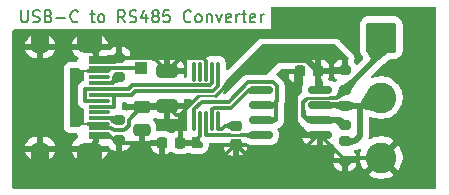
<source format=gbr>
%TF.GenerationSoftware,KiCad,Pcbnew,9.0.6*%
%TF.CreationDate,2025-11-24T21:34:53-08:00*%
%TF.ProjectId,rs485_adapter,72733438-355f-4616-9461-707465722e6b,A*%
%TF.SameCoordinates,Original*%
%TF.FileFunction,Copper,L1,Top*%
%TF.FilePolarity,Positive*%
%FSLAX46Y46*%
G04 Gerber Fmt 4.6, Leading zero omitted, Abs format (unit mm)*
G04 Created by KiCad (PCBNEW 9.0.6) date 2025-11-24 21:34:53*
%MOMM*%
%LPD*%
G01*
G04 APERTURE LIST*
G04 Aperture macros list*
%AMRoundRect*
0 Rectangle with rounded corners*
0 $1 Rounding radius*
0 $2 $3 $4 $5 $6 $7 $8 $9 X,Y pos of 4 corners*
0 Add a 4 corners polygon primitive as box body*
4,1,4,$2,$3,$4,$5,$6,$7,$8,$9,$2,$3,0*
0 Add four circle primitives for the rounded corners*
1,1,$1+$1,$2,$3*
1,1,$1+$1,$4,$5*
1,1,$1+$1,$6,$7*
1,1,$1+$1,$8,$9*
0 Add four rect primitives between the rounded corners*
20,1,$1+$1,$2,$3,$4,$5,0*
20,1,$1+$1,$4,$5,$6,$7,0*
20,1,$1+$1,$6,$7,$8,$9,0*
20,1,$1+$1,$8,$9,$2,$3,0*%
G04 Aperture macros list end*
%ADD10C,0.200000*%
%TA.AperFunction,NonConductor*%
%ADD11C,0.200000*%
%TD*%
%TA.AperFunction,SMDPad,CuDef*%
%ADD12R,1.000000X1.000000*%
%TD*%
%TA.AperFunction,SMDPad,CuDef*%
%ADD13RoundRect,0.225000X0.225000X0.250000X-0.225000X0.250000X-0.225000X-0.250000X0.225000X-0.250000X0*%
%TD*%
%TA.AperFunction,SMDPad,CuDef*%
%ADD14RoundRect,0.075000X-0.075000X0.737500X-0.075000X-0.737500X0.075000X-0.737500X0.075000X0.737500X0*%
%TD*%
%TA.AperFunction,SMDPad,CuDef*%
%ADD15RoundRect,0.150000X-0.825000X-0.150000X0.825000X-0.150000X0.825000X0.150000X-0.825000X0.150000X0*%
%TD*%
%TA.AperFunction,SMDPad,CuDef*%
%ADD16RoundRect,0.200000X-0.275000X0.200000X-0.275000X-0.200000X0.275000X-0.200000X0.275000X0.200000X0*%
%TD*%
%TA.AperFunction,SMDPad,CuDef*%
%ADD17RoundRect,0.200000X0.275000X-0.200000X0.275000X0.200000X-0.275000X0.200000X-0.275000X-0.200000X0*%
%TD*%
%TA.AperFunction,SMDPad,CuDef*%
%ADD18R,1.150000X0.300000*%
%TD*%
%TA.AperFunction,HeatsinkPad*%
%ADD19O,2.100000X1.000000*%
%TD*%
%TA.AperFunction,HeatsinkPad*%
%ADD20O,1.600000X1.000000*%
%TD*%
%TA.AperFunction,SMDPad,CuDef*%
%ADD21RoundRect,0.250000X-0.475000X0.250000X-0.475000X-0.250000X0.475000X-0.250000X0.475000X0.250000X0*%
%TD*%
%TA.AperFunction,SMDPad,CuDef*%
%ADD22RoundRect,0.250000X0.650000X-0.325000X0.650000X0.325000X-0.650000X0.325000X-0.650000X-0.325000X0*%
%TD*%
%TA.AperFunction,SMDPad,CuDef*%
%ADD23RoundRect,0.225000X-0.250000X0.225000X-0.250000X-0.225000X0.250000X-0.225000X0.250000X0.225000X0*%
%TD*%
%TA.AperFunction,ComponentPad*%
%ADD24C,2.600000*%
%TD*%
%TA.AperFunction,ComponentPad*%
%ADD25RoundRect,0.250000X-1.050000X1.050000X-1.050000X-1.050000X1.050000X-1.050000X1.050000X1.050000X0*%
%TD*%
%TA.AperFunction,Conductor*%
%ADD26C,0.300000*%
%TD*%
%TA.AperFunction,Conductor*%
%ADD27C,0.350000*%
%TD*%
%TA.AperFunction,Conductor*%
%ADD28C,0.400000*%
%TD*%
%TA.AperFunction,Conductor*%
%ADD29C,0.250000*%
%TD*%
%TA.AperFunction,Conductor*%
%ADD30C,0.500000*%
%TD*%
%TA.AperFunction,Conductor*%
%ADD31C,0.200000*%
%TD*%
G04 APERTURE END LIST*
%TA.AperFunction,Conductor*%
%TO.N,GND*%
G36*
X146850000Y-96105000D02*
G01*
X148935000Y-96105000D01*
X148935000Y-97355000D01*
X146850000Y-97355000D01*
X146850000Y-96105000D01*
G37*
%TD.AperFunction*%
%TA.AperFunction,Conductor*%
G36*
X146850000Y-105850000D02*
G01*
X148935000Y-105850000D01*
X148935000Y-107000000D01*
X146850000Y-107000000D01*
X146850000Y-105850000D01*
G37*
%TD.AperFunction*%
%TA.AperFunction,Conductor*%
G36*
X142950000Y-105850000D02*
G01*
X144450000Y-105850000D01*
X144450000Y-107100000D01*
X142950000Y-107100000D01*
X142950000Y-105850000D01*
G37*
%TD.AperFunction*%
%TA.AperFunction,Conductor*%
G36*
X142950000Y-96100000D02*
G01*
X144450000Y-96100000D01*
X144450000Y-97350000D01*
X142950000Y-97350000D01*
X142950000Y-96100000D01*
G37*
%TD.AperFunction*%
D10*
D11*
X142069673Y-94217219D02*
X142069673Y-95026742D01*
X142069673Y-95026742D02*
X142117292Y-95121980D01*
X142117292Y-95121980D02*
X142164911Y-95169600D01*
X142164911Y-95169600D02*
X142260149Y-95217219D01*
X142260149Y-95217219D02*
X142450625Y-95217219D01*
X142450625Y-95217219D02*
X142545863Y-95169600D01*
X142545863Y-95169600D02*
X142593482Y-95121980D01*
X142593482Y-95121980D02*
X142641101Y-95026742D01*
X142641101Y-95026742D02*
X142641101Y-94217219D01*
X143069673Y-95169600D02*
X143212530Y-95217219D01*
X143212530Y-95217219D02*
X143450625Y-95217219D01*
X143450625Y-95217219D02*
X143545863Y-95169600D01*
X143545863Y-95169600D02*
X143593482Y-95121980D01*
X143593482Y-95121980D02*
X143641101Y-95026742D01*
X143641101Y-95026742D02*
X143641101Y-94931504D01*
X143641101Y-94931504D02*
X143593482Y-94836266D01*
X143593482Y-94836266D02*
X143545863Y-94788647D01*
X143545863Y-94788647D02*
X143450625Y-94741028D01*
X143450625Y-94741028D02*
X143260149Y-94693409D01*
X143260149Y-94693409D02*
X143164911Y-94645790D01*
X143164911Y-94645790D02*
X143117292Y-94598171D01*
X143117292Y-94598171D02*
X143069673Y-94502933D01*
X143069673Y-94502933D02*
X143069673Y-94407695D01*
X143069673Y-94407695D02*
X143117292Y-94312457D01*
X143117292Y-94312457D02*
X143164911Y-94264838D01*
X143164911Y-94264838D02*
X143260149Y-94217219D01*
X143260149Y-94217219D02*
X143498244Y-94217219D01*
X143498244Y-94217219D02*
X143641101Y-94264838D01*
X144403006Y-94693409D02*
X144545863Y-94741028D01*
X144545863Y-94741028D02*
X144593482Y-94788647D01*
X144593482Y-94788647D02*
X144641101Y-94883885D01*
X144641101Y-94883885D02*
X144641101Y-95026742D01*
X144641101Y-95026742D02*
X144593482Y-95121980D01*
X144593482Y-95121980D02*
X144545863Y-95169600D01*
X144545863Y-95169600D02*
X144450625Y-95217219D01*
X144450625Y-95217219D02*
X144069673Y-95217219D01*
X144069673Y-95217219D02*
X144069673Y-94217219D01*
X144069673Y-94217219D02*
X144403006Y-94217219D01*
X144403006Y-94217219D02*
X144498244Y-94264838D01*
X144498244Y-94264838D02*
X144545863Y-94312457D01*
X144545863Y-94312457D02*
X144593482Y-94407695D01*
X144593482Y-94407695D02*
X144593482Y-94502933D01*
X144593482Y-94502933D02*
X144545863Y-94598171D01*
X144545863Y-94598171D02*
X144498244Y-94645790D01*
X144498244Y-94645790D02*
X144403006Y-94693409D01*
X144403006Y-94693409D02*
X144069673Y-94693409D01*
X145069673Y-94836266D02*
X145831578Y-94836266D01*
X146879196Y-95121980D02*
X146831577Y-95169600D01*
X146831577Y-95169600D02*
X146688720Y-95217219D01*
X146688720Y-95217219D02*
X146593482Y-95217219D01*
X146593482Y-95217219D02*
X146450625Y-95169600D01*
X146450625Y-95169600D02*
X146355387Y-95074361D01*
X146355387Y-95074361D02*
X146307768Y-94979123D01*
X146307768Y-94979123D02*
X146260149Y-94788647D01*
X146260149Y-94788647D02*
X146260149Y-94645790D01*
X146260149Y-94645790D02*
X146307768Y-94455314D01*
X146307768Y-94455314D02*
X146355387Y-94360076D01*
X146355387Y-94360076D02*
X146450625Y-94264838D01*
X146450625Y-94264838D02*
X146593482Y-94217219D01*
X146593482Y-94217219D02*
X146688720Y-94217219D01*
X146688720Y-94217219D02*
X146831577Y-94264838D01*
X146831577Y-94264838D02*
X146879196Y-94312457D01*
X147926816Y-94550552D02*
X148307768Y-94550552D01*
X148069673Y-94217219D02*
X148069673Y-95074361D01*
X148069673Y-95074361D02*
X148117292Y-95169600D01*
X148117292Y-95169600D02*
X148212530Y-95217219D01*
X148212530Y-95217219D02*
X148307768Y-95217219D01*
X148783959Y-95217219D02*
X148688721Y-95169600D01*
X148688721Y-95169600D02*
X148641102Y-95121980D01*
X148641102Y-95121980D02*
X148593483Y-95026742D01*
X148593483Y-95026742D02*
X148593483Y-94741028D01*
X148593483Y-94741028D02*
X148641102Y-94645790D01*
X148641102Y-94645790D02*
X148688721Y-94598171D01*
X148688721Y-94598171D02*
X148783959Y-94550552D01*
X148783959Y-94550552D02*
X148926816Y-94550552D01*
X148926816Y-94550552D02*
X149022054Y-94598171D01*
X149022054Y-94598171D02*
X149069673Y-94645790D01*
X149069673Y-94645790D02*
X149117292Y-94741028D01*
X149117292Y-94741028D02*
X149117292Y-95026742D01*
X149117292Y-95026742D02*
X149069673Y-95121980D01*
X149069673Y-95121980D02*
X149022054Y-95169600D01*
X149022054Y-95169600D02*
X148926816Y-95217219D01*
X148926816Y-95217219D02*
X148783959Y-95217219D01*
X150879197Y-95217219D02*
X150545864Y-94741028D01*
X150307769Y-95217219D02*
X150307769Y-94217219D01*
X150307769Y-94217219D02*
X150688721Y-94217219D01*
X150688721Y-94217219D02*
X150783959Y-94264838D01*
X150783959Y-94264838D02*
X150831578Y-94312457D01*
X150831578Y-94312457D02*
X150879197Y-94407695D01*
X150879197Y-94407695D02*
X150879197Y-94550552D01*
X150879197Y-94550552D02*
X150831578Y-94645790D01*
X150831578Y-94645790D02*
X150783959Y-94693409D01*
X150783959Y-94693409D02*
X150688721Y-94741028D01*
X150688721Y-94741028D02*
X150307769Y-94741028D01*
X151260150Y-95169600D02*
X151403007Y-95217219D01*
X151403007Y-95217219D02*
X151641102Y-95217219D01*
X151641102Y-95217219D02*
X151736340Y-95169600D01*
X151736340Y-95169600D02*
X151783959Y-95121980D01*
X151783959Y-95121980D02*
X151831578Y-95026742D01*
X151831578Y-95026742D02*
X151831578Y-94931504D01*
X151831578Y-94931504D02*
X151783959Y-94836266D01*
X151783959Y-94836266D02*
X151736340Y-94788647D01*
X151736340Y-94788647D02*
X151641102Y-94741028D01*
X151641102Y-94741028D02*
X151450626Y-94693409D01*
X151450626Y-94693409D02*
X151355388Y-94645790D01*
X151355388Y-94645790D02*
X151307769Y-94598171D01*
X151307769Y-94598171D02*
X151260150Y-94502933D01*
X151260150Y-94502933D02*
X151260150Y-94407695D01*
X151260150Y-94407695D02*
X151307769Y-94312457D01*
X151307769Y-94312457D02*
X151355388Y-94264838D01*
X151355388Y-94264838D02*
X151450626Y-94217219D01*
X151450626Y-94217219D02*
X151688721Y-94217219D01*
X151688721Y-94217219D02*
X151831578Y-94264838D01*
X152688721Y-94550552D02*
X152688721Y-95217219D01*
X152450626Y-94169600D02*
X152212531Y-94883885D01*
X152212531Y-94883885D02*
X152831578Y-94883885D01*
X153355388Y-94645790D02*
X153260150Y-94598171D01*
X153260150Y-94598171D02*
X153212531Y-94550552D01*
X153212531Y-94550552D02*
X153164912Y-94455314D01*
X153164912Y-94455314D02*
X153164912Y-94407695D01*
X153164912Y-94407695D02*
X153212531Y-94312457D01*
X153212531Y-94312457D02*
X153260150Y-94264838D01*
X153260150Y-94264838D02*
X153355388Y-94217219D01*
X153355388Y-94217219D02*
X153545864Y-94217219D01*
X153545864Y-94217219D02*
X153641102Y-94264838D01*
X153641102Y-94264838D02*
X153688721Y-94312457D01*
X153688721Y-94312457D02*
X153736340Y-94407695D01*
X153736340Y-94407695D02*
X153736340Y-94455314D01*
X153736340Y-94455314D02*
X153688721Y-94550552D01*
X153688721Y-94550552D02*
X153641102Y-94598171D01*
X153641102Y-94598171D02*
X153545864Y-94645790D01*
X153545864Y-94645790D02*
X153355388Y-94645790D01*
X153355388Y-94645790D02*
X153260150Y-94693409D01*
X153260150Y-94693409D02*
X153212531Y-94741028D01*
X153212531Y-94741028D02*
X153164912Y-94836266D01*
X153164912Y-94836266D02*
X153164912Y-95026742D01*
X153164912Y-95026742D02*
X153212531Y-95121980D01*
X153212531Y-95121980D02*
X153260150Y-95169600D01*
X153260150Y-95169600D02*
X153355388Y-95217219D01*
X153355388Y-95217219D02*
X153545864Y-95217219D01*
X153545864Y-95217219D02*
X153641102Y-95169600D01*
X153641102Y-95169600D02*
X153688721Y-95121980D01*
X153688721Y-95121980D02*
X153736340Y-95026742D01*
X153736340Y-95026742D02*
X153736340Y-94836266D01*
X153736340Y-94836266D02*
X153688721Y-94741028D01*
X153688721Y-94741028D02*
X153641102Y-94693409D01*
X153641102Y-94693409D02*
X153545864Y-94645790D01*
X154641102Y-94217219D02*
X154164912Y-94217219D01*
X154164912Y-94217219D02*
X154117293Y-94693409D01*
X154117293Y-94693409D02*
X154164912Y-94645790D01*
X154164912Y-94645790D02*
X154260150Y-94598171D01*
X154260150Y-94598171D02*
X154498245Y-94598171D01*
X154498245Y-94598171D02*
X154593483Y-94645790D01*
X154593483Y-94645790D02*
X154641102Y-94693409D01*
X154641102Y-94693409D02*
X154688721Y-94788647D01*
X154688721Y-94788647D02*
X154688721Y-95026742D01*
X154688721Y-95026742D02*
X154641102Y-95121980D01*
X154641102Y-95121980D02*
X154593483Y-95169600D01*
X154593483Y-95169600D02*
X154498245Y-95217219D01*
X154498245Y-95217219D02*
X154260150Y-95217219D01*
X154260150Y-95217219D02*
X154164912Y-95169600D01*
X154164912Y-95169600D02*
X154117293Y-95121980D01*
X156450626Y-95121980D02*
X156403007Y-95169600D01*
X156403007Y-95169600D02*
X156260150Y-95217219D01*
X156260150Y-95217219D02*
X156164912Y-95217219D01*
X156164912Y-95217219D02*
X156022055Y-95169600D01*
X156022055Y-95169600D02*
X155926817Y-95074361D01*
X155926817Y-95074361D02*
X155879198Y-94979123D01*
X155879198Y-94979123D02*
X155831579Y-94788647D01*
X155831579Y-94788647D02*
X155831579Y-94645790D01*
X155831579Y-94645790D02*
X155879198Y-94455314D01*
X155879198Y-94455314D02*
X155926817Y-94360076D01*
X155926817Y-94360076D02*
X156022055Y-94264838D01*
X156022055Y-94264838D02*
X156164912Y-94217219D01*
X156164912Y-94217219D02*
X156260150Y-94217219D01*
X156260150Y-94217219D02*
X156403007Y-94264838D01*
X156403007Y-94264838D02*
X156450626Y-94312457D01*
X157022055Y-95217219D02*
X156926817Y-95169600D01*
X156926817Y-95169600D02*
X156879198Y-95121980D01*
X156879198Y-95121980D02*
X156831579Y-95026742D01*
X156831579Y-95026742D02*
X156831579Y-94741028D01*
X156831579Y-94741028D02*
X156879198Y-94645790D01*
X156879198Y-94645790D02*
X156926817Y-94598171D01*
X156926817Y-94598171D02*
X157022055Y-94550552D01*
X157022055Y-94550552D02*
X157164912Y-94550552D01*
X157164912Y-94550552D02*
X157260150Y-94598171D01*
X157260150Y-94598171D02*
X157307769Y-94645790D01*
X157307769Y-94645790D02*
X157355388Y-94741028D01*
X157355388Y-94741028D02*
X157355388Y-95026742D01*
X157355388Y-95026742D02*
X157307769Y-95121980D01*
X157307769Y-95121980D02*
X157260150Y-95169600D01*
X157260150Y-95169600D02*
X157164912Y-95217219D01*
X157164912Y-95217219D02*
X157022055Y-95217219D01*
X157783960Y-94550552D02*
X157783960Y-95217219D01*
X157783960Y-94645790D02*
X157831579Y-94598171D01*
X157831579Y-94598171D02*
X157926817Y-94550552D01*
X157926817Y-94550552D02*
X158069674Y-94550552D01*
X158069674Y-94550552D02*
X158164912Y-94598171D01*
X158164912Y-94598171D02*
X158212531Y-94693409D01*
X158212531Y-94693409D02*
X158212531Y-95217219D01*
X158593484Y-94550552D02*
X158831579Y-95217219D01*
X158831579Y-95217219D02*
X159069674Y-94550552D01*
X159831579Y-95169600D02*
X159736341Y-95217219D01*
X159736341Y-95217219D02*
X159545865Y-95217219D01*
X159545865Y-95217219D02*
X159450627Y-95169600D01*
X159450627Y-95169600D02*
X159403008Y-95074361D01*
X159403008Y-95074361D02*
X159403008Y-94693409D01*
X159403008Y-94693409D02*
X159450627Y-94598171D01*
X159450627Y-94598171D02*
X159545865Y-94550552D01*
X159545865Y-94550552D02*
X159736341Y-94550552D01*
X159736341Y-94550552D02*
X159831579Y-94598171D01*
X159831579Y-94598171D02*
X159879198Y-94693409D01*
X159879198Y-94693409D02*
X159879198Y-94788647D01*
X159879198Y-94788647D02*
X159403008Y-94883885D01*
X160307770Y-95217219D02*
X160307770Y-94550552D01*
X160307770Y-94741028D02*
X160355389Y-94645790D01*
X160355389Y-94645790D02*
X160403008Y-94598171D01*
X160403008Y-94598171D02*
X160498246Y-94550552D01*
X160498246Y-94550552D02*
X160593484Y-94550552D01*
X160783961Y-94550552D02*
X161164913Y-94550552D01*
X160926818Y-94217219D02*
X160926818Y-95074361D01*
X160926818Y-95074361D02*
X160974437Y-95169600D01*
X160974437Y-95169600D02*
X161069675Y-95217219D01*
X161069675Y-95217219D02*
X161164913Y-95217219D01*
X161879199Y-95169600D02*
X161783961Y-95217219D01*
X161783961Y-95217219D02*
X161593485Y-95217219D01*
X161593485Y-95217219D02*
X161498247Y-95169600D01*
X161498247Y-95169600D02*
X161450628Y-95074361D01*
X161450628Y-95074361D02*
X161450628Y-94693409D01*
X161450628Y-94693409D02*
X161498247Y-94598171D01*
X161498247Y-94598171D02*
X161593485Y-94550552D01*
X161593485Y-94550552D02*
X161783961Y-94550552D01*
X161783961Y-94550552D02*
X161879199Y-94598171D01*
X161879199Y-94598171D02*
X161926818Y-94693409D01*
X161926818Y-94693409D02*
X161926818Y-94788647D01*
X161926818Y-94788647D02*
X161450628Y-94883885D01*
X162355390Y-95217219D02*
X162355390Y-94550552D01*
X162355390Y-94741028D02*
X162403009Y-94645790D01*
X162403009Y-94645790D02*
X162450628Y-94598171D01*
X162450628Y-94598171D02*
X162545866Y-94550552D01*
X162545866Y-94550552D02*
X162641104Y-94550552D01*
%TD*%
D12*
%TO.P,TP1,1,1*%
%TO.N,+5V*%
X152200000Y-99100000D03*
%TD*%
D13*
%TO.P,C3,1*%
%TO.N,+5V*%
X167225000Y-99350000D03*
%TO.P,C3,2*%
%TO.N,GND*%
X165675000Y-99350000D03*
%TD*%
D14*
%TO.P,U1,1,UD+*%
%TO.N,/USB_DP*%
X158750000Y-99387500D03*
%TO.P,U1,2,UD-*%
%TO.N,/USB_DN*%
X158250000Y-99387500D03*
%TO.P,U1,3,GND*%
%TO.N,GND*%
X157750000Y-99387500D03*
%TO.P,U1,4,~{RTS}*%
%TO.N,unconnected-(U1-~{RTS}-Pad4)*%
X157250000Y-99387500D03*
%TO.P,U1,5,~{CTS}*%
%TO.N,unconnected-(U1-~{CTS}-Pad5)*%
X156750000Y-99387500D03*
%TO.P,U1,6,TNOW*%
%TO.N,/DIR*%
X156750000Y-103612500D03*
%TO.P,U1,7,VCC*%
%TO.N,+5V*%
X157250000Y-103612500D03*
%TO.P,U1,8,TXD*%
%TO.N,/TX*%
X157750000Y-103612500D03*
%TO.P,U1,9,RXD*%
%TO.N,/RX*%
X158250000Y-103612500D03*
%TO.P,U1,10,V3*%
%TO.N,Net-(U1-V3)*%
X158750000Y-103612500D03*
%TD*%
D15*
%TO.P,U2,1,RO*%
%TO.N,/RX*%
X162405000Y-100965000D03*
%TO.P,U2,2,~{RE}*%
%TO.N,/DIR*%
X162405000Y-102235000D03*
%TO.P,U2,3,DE*%
X162405000Y-103505000D03*
%TO.P,U2,4,DI*%
%TO.N,/TX*%
X162405000Y-104775000D03*
%TO.P,U2,5,GND*%
%TO.N,GND*%
X167355000Y-104775000D03*
%TO.P,U2,6,A*%
%TO.N,Net-(J2-Pin_1)*%
X167355000Y-103505000D03*
%TO.P,U2,7,B*%
%TO.N,Net-(J2-Pin_2)*%
X167355000Y-102235000D03*
%TO.P,U2,8,VCC*%
%TO.N,+5V*%
X167355000Y-100965000D03*
%TD*%
D16*
%TO.P,R5,1*%
%TO.N,Net-(J2-Pin_2)*%
X169500000Y-105275000D03*
%TO.P,R5,2*%
%TO.N,GND*%
X169500000Y-106925000D03*
%TD*%
%TO.P,R4,1*%
%TO.N,+5V*%
X169500000Y-99275000D03*
%TO.P,R4,2*%
%TO.N,Net-(J2-Pin_1)*%
X169500000Y-100925000D03*
%TD*%
D17*
%TO.P,R3,1*%
%TO.N,Net-(J2-Pin_1)*%
X169500000Y-103925000D03*
%TO.P,R3,2*%
%TO.N,Net-(J2-Pin_2)*%
X169500000Y-102275000D03*
%TD*%
D16*
%TO.P,R2,1*%
%TO.N,Net-(J1-CC2)*%
X150368000Y-103525000D03*
%TO.P,R2,2*%
%TO.N,GND*%
X150368000Y-105175000D03*
%TD*%
D17*
%TO.P,R1,1*%
%TO.N,Net-(J1-CC1)*%
X150368000Y-99885000D03*
%TO.P,R1,2*%
%TO.N,GND*%
X150368000Y-98235000D03*
%TD*%
D18*
%TO.P,J1,A1,GND*%
%TO.N,GND*%
X148450000Y-98250000D03*
%TO.P,J1,A4,VBUS*%
%TO.N,+5V*%
X148450000Y-99050000D03*
%TO.P,J1,A5,CC1*%
%TO.N,Net-(J1-CC1)*%
X148450000Y-100350000D03*
%TO.P,J1,A6,D+*%
%TO.N,/USB_DP*%
X148450000Y-101350000D03*
%TO.P,J1,A7,D-*%
%TO.N,/USB_DN*%
X148450000Y-101850000D03*
%TO.P,J1,A8,SBU1*%
%TO.N,unconnected-(J1-SBU1-PadA8)*%
X148450000Y-102850000D03*
%TO.P,J1,A9,VBUS*%
%TO.N,+5V*%
X148450000Y-104150000D03*
%TO.P,J1,A12,GND*%
%TO.N,GND*%
X148450000Y-104950000D03*
%TO.P,J1,B1,GND*%
X148450000Y-104650000D03*
%TO.P,J1,B4,VBUS*%
%TO.N,+5V*%
X148450000Y-103850000D03*
%TO.P,J1,B5,CC2*%
%TO.N,Net-(J1-CC2)*%
X148450000Y-103350000D03*
%TO.P,J1,B6,D+*%
%TO.N,/USB_DP*%
X148450000Y-102350000D03*
%TO.P,J1,B7,D-*%
%TO.N,/USB_DN*%
X148450000Y-100850000D03*
%TO.P,J1,B8,SBU2*%
%TO.N,unconnected-(J1-SBU2-PadB8)*%
X148450000Y-99850000D03*
%TO.P,J1,B9,VBUS*%
%TO.N,+5V*%
X148450000Y-99350000D03*
%TO.P,J1,B12,GND*%
%TO.N,GND*%
X148450000Y-98550000D03*
D19*
%TO.P,J1,S1,SHIELD*%
X147885000Y-97280000D03*
D20*
X143705000Y-97280000D03*
D19*
X147885000Y-105920000D03*
D20*
X143705000Y-105920000D03*
%TD*%
D21*
%TO.P,C5,1*%
%TO.N,+5V*%
X152300000Y-102400000D03*
%TO.P,C5,2*%
%TO.N,GND*%
X152300000Y-104300000D03*
%TD*%
D22*
%TO.P,C4,2*%
%TO.N,GND*%
X154450000Y-99375000D03*
%TO.P,C4,1*%
%TO.N,+5V*%
X154450000Y-102325000D03*
%TD*%
D13*
%TO.P,C2,1*%
%TO.N,+5V*%
X155575000Y-105410000D03*
%TO.P,C2,2*%
%TO.N,GND*%
X154025000Y-105410000D03*
%TD*%
D23*
%TO.P,C1,2*%
%TO.N,GND*%
X160250000Y-105550000D03*
%TO.P,C1,1*%
%TO.N,Net-(U1-V3)*%
X160250000Y-104000000D03*
%TD*%
D24*
%TO.P,J2,3,Pin_3*%
%TO.N,GND*%
X172580000Y-106675000D03*
%TO.P,J2,2,Pin_2*%
%TO.N,Net-(J2-Pin_2)*%
X172580000Y-101595000D03*
D25*
%TO.P,J2,1,Pin_1*%
%TO.N,Net-(J2-Pin_1)*%
X172580000Y-96515000D03*
%TD*%
D26*
%TO.N,+5V*%
X152150000Y-99050000D02*
X152200000Y-99100000D01*
X149700000Y-99050000D02*
X152150000Y-99050000D01*
X149450000Y-99300000D02*
X149700000Y-99050000D01*
X149450000Y-99350000D02*
X149450000Y-99300000D01*
%TO.N,/DIR*%
X163700000Y-101914999D02*
X163700000Y-102235000D01*
X163750000Y-101864999D02*
X163700000Y-101914999D01*
X163750000Y-100622322D02*
X163750000Y-101864999D01*
X163441678Y-100314000D02*
X163750000Y-100622322D01*
X159650000Y-101950000D02*
X161286000Y-100314000D01*
X157400000Y-101950000D02*
X159650000Y-101950000D01*
X156750000Y-102600000D02*
X157400000Y-101950000D01*
X156750000Y-103612500D02*
X156750000Y-102600000D01*
X161286000Y-100314000D02*
X163441678Y-100314000D01*
X163700000Y-102235000D02*
X163700000Y-103505000D01*
X163700000Y-103505000D02*
X162405000Y-103505000D01*
X162405000Y-102235000D02*
X163700000Y-102235000D01*
D27*
%TO.N,+5V*%
X149933226Y-104350000D02*
X150802774Y-104350000D01*
D26*
X151194000Y-103958774D02*
X151194000Y-103456000D01*
X149733226Y-104150000D02*
X149933226Y-104350000D01*
X151194000Y-103456000D02*
X152250000Y-102400000D01*
X149400000Y-104150000D02*
X149733226Y-104150000D01*
X150802774Y-104350000D02*
X151194000Y-103958774D01*
%TO.N,GND*%
X149700000Y-104950000D02*
X148450000Y-104950000D01*
X149700000Y-104950000D02*
X149925000Y-105175000D01*
X149925000Y-105175000D02*
X150368000Y-105175000D01*
X149400000Y-104650000D02*
X149700000Y-104950000D01*
X148450000Y-104650000D02*
X149400000Y-104650000D01*
X165040000Y-106925000D02*
X164950000Y-106925000D01*
X167190000Y-104775000D02*
X165040000Y-106925000D01*
X164950000Y-106925000D02*
X165205000Y-106925000D01*
X167355000Y-104775000D02*
X167190000Y-104775000D01*
X165205000Y-106925000D02*
X169500000Y-106925000D01*
X161625000Y-106925000D02*
X158875000Y-106925000D01*
X153950000Y-105485000D02*
X154025000Y-105410000D01*
X154275000Y-106925000D02*
X153950000Y-106600000D01*
X159120000Y-106680000D02*
X158875000Y-106925000D01*
X158875000Y-106925000D02*
X154275000Y-106925000D01*
X153950000Y-106600000D02*
X153950000Y-105485000D01*
X161625000Y-106925000D02*
X161380000Y-106680000D01*
X165205000Y-106925000D02*
X161625000Y-106925000D01*
D28*
%TO.N,Net-(J2-Pin_1)*%
X165950000Y-102700000D02*
X165950000Y-103074999D01*
D29*
X166380001Y-103505000D02*
X167355000Y-103505000D01*
D26*
X165950000Y-101937810D02*
X165950000Y-102700000D01*
D29*
X166287810Y-101600000D02*
X165950000Y-101937810D01*
D28*
X165950000Y-103074999D02*
X166380001Y-103505000D01*
D29*
X168450000Y-101600000D02*
X166287810Y-101600000D01*
D26*
%TO.N,GND*%
X166380001Y-104775000D02*
X167355000Y-104775000D01*
X165350000Y-103744999D02*
X166380001Y-104775000D01*
X165350000Y-99675000D02*
X165350000Y-103744999D01*
X165675000Y-99350000D02*
X165350000Y-99675000D01*
D30*
%TO.N,Net-(J2-Pin_1)*%
X167355000Y-103505000D02*
X169080000Y-103505000D01*
%TO.N,+5V*%
X166275000Y-98400000D02*
X167225000Y-99350000D01*
X161658522Y-98400000D02*
X166275000Y-98400000D01*
X159454261Y-100604261D02*
X161658522Y-98400000D01*
D26*
X158609521Y-101449000D02*
X159454261Y-100604261D01*
D30*
%TO.N,GND*%
X148450000Y-97845000D02*
X147885000Y-97280000D01*
X148450000Y-98250000D02*
X148450000Y-97845000D01*
D26*
%TO.N,+5V*%
X155191479Y-103066479D02*
X155575000Y-103066479D01*
X154450000Y-102325000D02*
X155191479Y-103066479D01*
X152300000Y-102400000D02*
X154375000Y-102400000D01*
X154375000Y-102400000D02*
X154450000Y-102325000D01*
%TO.N,GND*%
X169750000Y-106675000D02*
X169500000Y-106925000D01*
X172580000Y-106675000D02*
X169750000Y-106675000D01*
D30*
%TO.N,Net-(J2-Pin_2)*%
X171900000Y-102275000D02*
X170750000Y-102275000D01*
D26*
X172580000Y-101595000D02*
X171900000Y-102275000D01*
D30*
%TO.N,Net-(J2-Pin_1)*%
X172580000Y-97845000D02*
X169500000Y-100925000D01*
D26*
X172580000Y-96515000D02*
X172580000Y-97845000D01*
%TO.N,GND*%
X161380000Y-106680000D02*
X160250000Y-105550000D01*
X160250000Y-105550000D02*
X159120000Y-106680000D01*
X169500000Y-106920000D02*
X167355000Y-104775000D01*
X169500000Y-106925000D02*
X169500000Y-106920000D01*
X153321000Y-98224000D02*
X153310000Y-98235000D01*
X155601000Y-98224000D02*
X153321000Y-98224000D01*
X157750000Y-98470466D02*
X157750000Y-99387500D01*
X157503534Y-98224000D02*
X157750000Y-98470466D01*
X155601000Y-98224000D02*
X157503534Y-98224000D01*
X154450000Y-99375000D02*
X155601000Y-98224000D01*
X153310000Y-98235000D02*
X154450000Y-99375000D01*
X150368000Y-98235000D02*
X153310000Y-98235000D01*
%TO.N,+5V*%
X169425000Y-99350000D02*
X169500000Y-99275000D01*
D30*
X167225000Y-99350000D02*
X169425000Y-99350000D01*
D26*
X167225000Y-100835000D02*
X167355000Y-100965000D01*
D30*
X167225000Y-99350000D02*
X167225000Y-100835000D01*
D26*
%TO.N,/USB_DP*%
X158300000Y-101050000D02*
X151750000Y-101050000D01*
%TO.N,/USB_DN*%
X151500000Y-100550000D02*
X158050000Y-100550000D01*
%TO.N,+5V*%
X155575000Y-103066479D02*
X156241479Y-102400000D01*
X155575000Y-105410000D02*
X155575000Y-103066479D01*
%TO.N,GND*%
X152300000Y-105373000D02*
X152300000Y-104300000D01*
X152263000Y-105410000D02*
X152300000Y-105373000D01*
X152263000Y-105410000D02*
X154025000Y-105410000D01*
X152200000Y-105473000D02*
X152263000Y-105410000D01*
%TO.N,+5V*%
X156690000Y-105410000D02*
X157250000Y-104850000D01*
X155575000Y-105410000D02*
X156690000Y-105410000D01*
D31*
X158558521Y-101500000D02*
X158609521Y-101449000D01*
X157090479Y-101551000D02*
X157141479Y-101500000D01*
X157141479Y-101500000D02*
X158558521Y-101500000D01*
D26*
X156241479Y-102400000D02*
X157090479Y-101551000D01*
%TO.N,/USB_DP*%
X158750000Y-100600000D02*
X158750000Y-99387500D01*
X158300000Y-101050000D02*
X158750000Y-100600000D01*
X151450000Y-101350000D02*
X151750000Y-101050000D01*
X149950000Y-101350000D02*
X151450000Y-101350000D01*
%TO.N,/USB_DN*%
X158250000Y-100350000D02*
X158250000Y-99387500D01*
X158050000Y-100550000D02*
X158250000Y-100350000D01*
X151200000Y-100850000D02*
X151500000Y-100550000D01*
X148450000Y-100850000D02*
X151200000Y-100850000D01*
%TO.N,/RX*%
X161343520Y-100965000D02*
X162405000Y-100965000D01*
X158400000Y-102450000D02*
X159858520Y-102450000D01*
X158250000Y-102600000D02*
X158400000Y-102450000D01*
X159858520Y-102450000D02*
X161343520Y-100965000D01*
X158250000Y-103612500D02*
X158250000Y-102600000D01*
D31*
%TO.N,+5V*%
X146736000Y-103814000D02*
X147735719Y-103814000D01*
X146700000Y-103850000D02*
X146736000Y-103814000D01*
X147735719Y-103814000D02*
X147771719Y-103850000D01*
X147735719Y-99386000D02*
X147771719Y-99350000D01*
X146736000Y-99386000D02*
X147735719Y-99386000D01*
X146700000Y-99350000D02*
X146736000Y-99386000D01*
D26*
%TO.N,Net-(J2-Pin_1)*%
X168825000Y-101600000D02*
X168450000Y-101600000D01*
X169500000Y-100925000D02*
X168825000Y-101600000D01*
D30*
%TO.N,Net-(J2-Pin_2)*%
X170750000Y-104850000D02*
X170750000Y-102275000D01*
X170325000Y-105275000D02*
X170750000Y-104850000D01*
X169500000Y-105275000D02*
X170325000Y-105275000D01*
D26*
%TO.N,GND*%
X143705000Y-105920000D02*
X143705000Y-97280000D01*
X147885000Y-97280000D02*
X143705000Y-97280000D01*
X147885000Y-105920000D02*
X143705000Y-105920000D01*
D30*
X148450000Y-105355000D02*
X147885000Y-105920000D01*
X148450000Y-104950000D02*
X148450000Y-105355000D01*
D26*
%TO.N,+5V*%
X146700000Y-99350000D02*
X146700000Y-103850000D01*
%TO.N,GND*%
X169255000Y-106680000D02*
X169500000Y-106925000D01*
D30*
%TO.N,Net-(J2-Pin_2)*%
X169500000Y-102275000D02*
X170750000Y-102275000D01*
D26*
X169460000Y-102235000D02*
X169500000Y-102275000D01*
D30*
X167355000Y-102235000D02*
X169460000Y-102235000D01*
%TO.N,Net-(J2-Pin_1)*%
X169080000Y-103505000D02*
X169500000Y-103925000D01*
D26*
%TO.N,+5V*%
X148450000Y-99050000D02*
X149700000Y-99050000D01*
X148450000Y-103850000D02*
X147771719Y-103850000D01*
X148450000Y-99350000D02*
X147771719Y-99350000D01*
%TO.N,GND*%
X150368000Y-105175000D02*
X150666000Y-105473000D01*
X150666000Y-105473000D02*
X152200000Y-105473000D01*
%TO.N,Net-(J1-CC2)*%
X150070000Y-103525000D02*
X150368000Y-103525000D01*
X148450000Y-103350000D02*
X149895000Y-103350000D01*
X149895000Y-103350000D02*
X150070000Y-103525000D01*
%TO.N,+5V*%
X157250000Y-103612500D02*
X157250000Y-104850000D01*
%TO.N,Net-(U1-V3)*%
X159076000Y-104274000D02*
X158750000Y-104274000D01*
X159350000Y-104000000D02*
X159076000Y-104274000D01*
X158750000Y-104274000D02*
X158750000Y-103612500D01*
X160250000Y-104000000D02*
X159350000Y-104000000D01*
%TO.N,/TX*%
X157750000Y-104775000D02*
X159750000Y-104775000D01*
X160750000Y-104775000D02*
X162405000Y-104775000D01*
X157750000Y-103612500D02*
X157750000Y-104775000D01*
D29*
X159750000Y-104775000D02*
X160750000Y-104775000D01*
D26*
%TO.N,unconnected-(J1-SBU1-PadA8)*%
X148450000Y-102850000D02*
X149450000Y-102850000D01*
%TO.N,+5V*%
X149450000Y-104100000D02*
X149450000Y-104149000D01*
X149400000Y-104150000D02*
X149450000Y-104100000D01*
X148450000Y-104150000D02*
X149400000Y-104150000D01*
X148450000Y-103850000D02*
X149450000Y-103850000D01*
%TO.N,GND*%
X150053000Y-98550000D02*
X150368000Y-98235000D01*
X148450000Y-98550000D02*
X150053000Y-98550000D01*
X150353000Y-98250000D02*
X150368000Y-98235000D01*
X148450000Y-98250000D02*
X150353000Y-98250000D01*
%TO.N,+5V*%
X149400000Y-99050000D02*
X149450000Y-99100000D01*
X148450000Y-99050000D02*
X149400000Y-99050000D01*
X148450000Y-99350000D02*
X149450000Y-99350000D01*
%TO.N,unconnected-(J1-SBU2-PadB8)*%
X148450000Y-99850000D02*
X149450000Y-99850000D01*
%TO.N,Net-(J1-CC1)*%
X148450000Y-100350000D02*
X149903000Y-100350000D01*
X149903000Y-100350000D02*
X150368000Y-99885000D01*
%TO.N,/USB_DN*%
X147450000Y-100850000D02*
X148450000Y-100850000D01*
X147450000Y-101850000D02*
X147450000Y-100850000D01*
X148450000Y-101850000D02*
X147450000Y-101850000D01*
X148450000Y-101850000D02*
X147700000Y-101850000D01*
X148450000Y-101850000D02*
X149450000Y-101850000D01*
%TO.N,/USB_DP*%
X149950000Y-102350000D02*
X148450000Y-102350000D01*
X149950000Y-101350000D02*
X149950000Y-102350000D01*
X148450000Y-101350000D02*
X149950000Y-101350000D01*
%TD*%
%TA.AperFunction,Conductor*%
%TO.N,GND*%
G36*
X177192539Y-93920185D02*
G01*
X177238294Y-93972989D01*
X177249500Y-94024500D01*
X177249500Y-109175500D01*
X177229815Y-109242539D01*
X177177011Y-109288294D01*
X177125500Y-109299500D01*
X141474500Y-109299500D01*
X141407461Y-109279815D01*
X141361706Y-109227011D01*
X141350500Y-109175500D01*
X141350500Y-107181582D01*
X168525001Y-107181582D01*
X168531408Y-107252102D01*
X168531409Y-107252107D01*
X168581981Y-107414396D01*
X168669927Y-107559877D01*
X168790122Y-107680072D01*
X168935604Y-107768019D01*
X168935603Y-107768019D01*
X169097894Y-107818590D01*
X169097892Y-107818590D01*
X169168418Y-107824999D01*
X169750000Y-107824999D01*
X169831581Y-107824999D01*
X169902102Y-107818591D01*
X169902107Y-107818590D01*
X170064396Y-107768018D01*
X170209877Y-107680072D01*
X170330072Y-107559877D01*
X170418019Y-107414395D01*
X170468590Y-107252106D01*
X170475000Y-107181572D01*
X170475000Y-107175000D01*
X169750000Y-107175000D01*
X169750000Y-107824999D01*
X169168418Y-107824999D01*
X169249999Y-107824998D01*
X169250000Y-107824998D01*
X169250000Y-107175000D01*
X168525001Y-107175000D01*
X168525001Y-107181582D01*
X141350500Y-107181582D01*
X141350500Y-105670000D01*
X142435138Y-105670000D01*
X143238012Y-105670000D01*
X143220795Y-105679940D01*
X143164940Y-105735795D01*
X143125444Y-105804204D01*
X143105000Y-105880504D01*
X143105000Y-105959496D01*
X143125444Y-106035796D01*
X143164940Y-106104205D01*
X143220795Y-106160060D01*
X143238012Y-106170000D01*
X142435138Y-106170000D01*
X142443430Y-106211690D01*
X142443430Y-106211692D01*
X142518807Y-106393671D01*
X142518814Y-106393684D01*
X142628248Y-106557462D01*
X142628251Y-106557466D01*
X142767533Y-106696748D01*
X142767537Y-106696751D01*
X142931315Y-106806185D01*
X142931328Y-106806192D01*
X143113306Y-106881569D01*
X143113318Y-106881572D01*
X143306504Y-106919999D01*
X143306508Y-106920000D01*
X143455000Y-106920000D01*
X143455000Y-106220000D01*
X143955000Y-106220000D01*
X143955000Y-106920000D01*
X144103492Y-106920000D01*
X144103495Y-106919999D01*
X144296681Y-106881572D01*
X144296693Y-106881569D01*
X144478671Y-106806192D01*
X144478684Y-106806185D01*
X144642462Y-106696751D01*
X144642466Y-106696748D01*
X144781748Y-106557466D01*
X144781751Y-106557462D01*
X144891185Y-106393684D01*
X144891192Y-106393671D01*
X144966569Y-106211692D01*
X144966569Y-106211690D01*
X144974862Y-106170000D01*
X144171988Y-106170000D01*
X144189205Y-106160060D01*
X144245060Y-106104205D01*
X144284556Y-106035796D01*
X144305000Y-105959496D01*
X144305000Y-105880504D01*
X144284556Y-105804204D01*
X144245060Y-105735795D01*
X144189205Y-105679940D01*
X144171988Y-105670000D01*
X144974862Y-105670000D01*
X144966569Y-105628309D01*
X144966569Y-105628307D01*
X144891192Y-105446328D01*
X144891185Y-105446315D01*
X144781751Y-105282537D01*
X144781748Y-105282533D01*
X144642466Y-105143251D01*
X144642462Y-105143248D01*
X144478684Y-105033814D01*
X144478671Y-105033807D01*
X144296693Y-104958430D01*
X144296681Y-104958427D01*
X144103495Y-104920000D01*
X143955000Y-104920000D01*
X143955000Y-105620000D01*
X143455000Y-105620000D01*
X143455000Y-104920000D01*
X143306504Y-104920000D01*
X143113318Y-104958427D01*
X143113306Y-104958430D01*
X142931328Y-105033807D01*
X142931315Y-105033814D01*
X142767537Y-105143248D01*
X142767533Y-105143251D01*
X142628251Y-105282533D01*
X142628248Y-105282537D01*
X142518814Y-105446315D01*
X142518807Y-105446328D01*
X142443430Y-105628307D01*
X142443430Y-105628309D01*
X142435138Y-105670000D01*
X141350500Y-105670000D01*
X141350500Y-99184000D01*
X145694500Y-99184000D01*
X145694500Y-103976000D01*
X145694501Y-103976009D01*
X145706052Y-104083450D01*
X145706054Y-104083462D01*
X145717260Y-104134972D01*
X145751383Y-104237497D01*
X145751386Y-104237503D01*
X145829171Y-104358537D01*
X145829179Y-104358548D01*
X145874923Y-104411340D01*
X145874926Y-104411343D01*
X145874930Y-104411347D01*
X145983664Y-104505567D01*
X145983667Y-104505568D01*
X145983668Y-104505569D01*
X146103257Y-104560185D01*
X146114541Y-104565338D01*
X146181580Y-104585023D01*
X146181584Y-104585024D01*
X146324000Y-104605500D01*
X146724998Y-104605500D01*
X146792037Y-104625185D01*
X146834582Y-104671471D01*
X146841143Y-104683861D01*
X146848719Y-104712135D01*
X146924485Y-104843365D01*
X146926867Y-104845747D01*
X146932973Y-104857277D01*
X146937962Y-104881716D01*
X146946959Y-104904983D01*
X146944831Y-104915358D01*
X146946950Y-104925735D01*
X146937933Y-104948995D01*
X146932923Y-104973428D01*
X146925525Y-104981004D01*
X146921697Y-104990881D01*
X146901535Y-105005574D01*
X146884112Y-105023420D01*
X146870845Y-105029866D01*
X146861324Y-105033809D01*
X146861315Y-105033814D01*
X146697537Y-105143248D01*
X146697533Y-105143251D01*
X146558251Y-105282533D01*
X146558248Y-105282537D01*
X146448814Y-105446315D01*
X146448807Y-105446328D01*
X146373430Y-105628307D01*
X146373430Y-105628309D01*
X146365138Y-105670000D01*
X147168012Y-105670000D01*
X147150795Y-105679940D01*
X147094940Y-105735795D01*
X147055444Y-105804204D01*
X147035000Y-105880504D01*
X147035000Y-105959496D01*
X147055444Y-106035796D01*
X147094940Y-106104205D01*
X147150795Y-106160060D01*
X147168012Y-106170000D01*
X146365138Y-106170000D01*
X146373430Y-106211690D01*
X146373430Y-106211692D01*
X146448807Y-106393671D01*
X146448814Y-106393684D01*
X146558248Y-106557462D01*
X146558251Y-106557466D01*
X146697533Y-106696748D01*
X146697537Y-106696751D01*
X146861315Y-106806185D01*
X146861328Y-106806192D01*
X147043306Y-106881569D01*
X147043318Y-106881572D01*
X147236504Y-106919999D01*
X147236508Y-106920000D01*
X147635000Y-106920000D01*
X147635000Y-106220000D01*
X148135000Y-106220000D01*
X148135000Y-106920000D01*
X148533492Y-106920000D01*
X148533495Y-106919999D01*
X148726681Y-106881572D01*
X148726693Y-106881569D01*
X148908671Y-106806192D01*
X148908684Y-106806185D01*
X149072462Y-106696751D01*
X149072466Y-106696748D01*
X149211748Y-106557466D01*
X149211751Y-106557462D01*
X149321185Y-106393684D01*
X149321192Y-106393671D01*
X149396569Y-106211692D01*
X149396569Y-106211690D01*
X149404862Y-106170000D01*
X148601988Y-106170000D01*
X148619205Y-106160060D01*
X148675060Y-106104205D01*
X148714556Y-106035796D01*
X148735000Y-105959496D01*
X148735000Y-105880504D01*
X148714556Y-105804204D01*
X148675060Y-105735795D01*
X148619205Y-105679940D01*
X148601988Y-105670000D01*
X149441000Y-105670000D01*
X149508039Y-105689685D01*
X149553794Y-105742489D01*
X149565000Y-105794000D01*
X149565000Y-105836948D01*
X149658124Y-105930073D01*
X149803604Y-106018019D01*
X149803603Y-106018019D01*
X149965894Y-106068590D01*
X149965892Y-106068590D01*
X150036418Y-106074999D01*
X150117999Y-106074998D01*
X150118000Y-106074998D01*
X150118000Y-105299000D01*
X150137685Y-105231961D01*
X150190489Y-105186206D01*
X150242000Y-105175000D01*
X150494000Y-105175000D01*
X150561039Y-105194685D01*
X150606794Y-105247489D01*
X150618000Y-105299000D01*
X150618000Y-106074999D01*
X150699581Y-106074999D01*
X150770102Y-106068591D01*
X150770107Y-106068590D01*
X150932396Y-106018018D01*
X151077877Y-105930072D01*
X151198072Y-105809877D01*
X151259464Y-105708322D01*
X153075001Y-105708322D01*
X153085144Y-105807607D01*
X153138452Y-105968481D01*
X153138457Y-105968492D01*
X153227424Y-106112728D01*
X153227427Y-106112732D01*
X153347267Y-106232572D01*
X153347271Y-106232575D01*
X153491507Y-106321542D01*
X153491518Y-106321547D01*
X153652393Y-106374855D01*
X153751683Y-106384999D01*
X153775000Y-106384998D01*
X153775000Y-105660000D01*
X153075001Y-105660000D01*
X153075001Y-105708322D01*
X151259464Y-105708322D01*
X151286018Y-105664396D01*
X151314887Y-105571756D01*
X151314889Y-105571748D01*
X151336591Y-105502101D01*
X151342999Y-105431572D01*
X151342999Y-105352107D01*
X151362683Y-105285067D01*
X151415486Y-105239311D01*
X151484645Y-105229367D01*
X151506003Y-105234399D01*
X151672302Y-105289505D01*
X151672309Y-105289506D01*
X151775019Y-105299999D01*
X152049999Y-105299999D01*
X152050000Y-105299998D01*
X152050000Y-104424000D01*
X152069685Y-104356961D01*
X152122489Y-104311206D01*
X152174000Y-104300000D01*
X152426000Y-104300000D01*
X152493039Y-104319685D01*
X152538794Y-104372489D01*
X152550000Y-104424000D01*
X152550000Y-105299999D01*
X152824972Y-105299999D01*
X152824988Y-105299998D01*
X152927693Y-105289506D01*
X152945000Y-105283770D01*
X152945113Y-105283614D01*
X152964685Y-105216961D01*
X153017489Y-105171206D01*
X153069000Y-105160000D01*
X153901000Y-105160000D01*
X153968039Y-105179685D01*
X154013794Y-105232489D01*
X154025000Y-105284000D01*
X154025000Y-105410000D01*
X154151000Y-105410000D01*
X154218039Y-105429685D01*
X154263794Y-105482489D01*
X154275000Y-105534000D01*
X154275000Y-106384999D01*
X154298308Y-106384999D01*
X154298322Y-106384998D01*
X154397607Y-106374855D01*
X154558481Y-106321547D01*
X154558492Y-106321542D01*
X154702731Y-106232573D01*
X154711959Y-106223345D01*
X154773279Y-106189856D01*
X154842971Y-106194835D01*
X154887327Y-106223339D01*
X154896955Y-106232967D01*
X154896959Y-106232970D01*
X155041294Y-106321998D01*
X155041297Y-106321999D01*
X155041303Y-106322003D01*
X155202292Y-106375349D01*
X155301655Y-106385500D01*
X155848344Y-106385499D01*
X155848352Y-106385498D01*
X155848355Y-106385498D01*
X155902760Y-106379940D01*
X155947708Y-106375349D01*
X156108697Y-106322003D01*
X156198793Y-106266430D01*
X156266183Y-106247990D01*
X156315401Y-106259175D01*
X156438373Y-106315335D01*
X156438380Y-106315338D01*
X156505419Y-106335023D01*
X156505423Y-106335024D01*
X156647839Y-106355500D01*
X156647842Y-106355500D01*
X157325990Y-106355500D01*
X157326000Y-106355500D01*
X157433456Y-106343947D01*
X157484967Y-106332741D01*
X157519197Y-106321347D01*
X157587497Y-106298616D01*
X157587501Y-106298613D01*
X157587504Y-106298613D01*
X157708543Y-106220825D01*
X157761347Y-106175070D01*
X157855567Y-106066336D01*
X157915338Y-105935459D01*
X157935023Y-105868420D01*
X157935024Y-105868416D01*
X157941507Y-105823322D01*
X159275001Y-105823322D01*
X159285144Y-105922607D01*
X159338452Y-106083481D01*
X159338457Y-106083492D01*
X159427424Y-106227728D01*
X159427427Y-106227732D01*
X159547267Y-106347572D01*
X159547271Y-106347575D01*
X159691507Y-106436542D01*
X159691518Y-106436547D01*
X159852393Y-106489855D01*
X159951683Y-106499999D01*
X160500000Y-106499999D01*
X160548308Y-106499999D01*
X160548322Y-106499998D01*
X160647607Y-106489855D01*
X160808481Y-106436547D01*
X160808492Y-106436542D01*
X160952728Y-106347575D01*
X160952732Y-106347572D01*
X161072572Y-106227732D01*
X161072575Y-106227728D01*
X161161542Y-106083492D01*
X161161547Y-106083481D01*
X161214855Y-105922606D01*
X161224999Y-105823322D01*
X161225000Y-105823309D01*
X161225000Y-105800000D01*
X160500000Y-105800000D01*
X160500000Y-106499999D01*
X159951683Y-106499999D01*
X159999999Y-106499998D01*
X160000000Y-106499998D01*
X160000000Y-105800000D01*
X159275001Y-105800000D01*
X159275001Y-105823322D01*
X157941507Y-105823322D01*
X157955500Y-105726000D01*
X157955500Y-105548870D01*
X157955506Y-105548267D01*
X157965521Y-105515370D01*
X157975185Y-105482461D01*
X157975668Y-105482041D01*
X157975856Y-105481427D01*
X158002068Y-105459166D01*
X158027989Y-105436706D01*
X158028697Y-105436551D01*
X158029113Y-105436199D01*
X158032241Y-105435780D01*
X158079500Y-105425500D01*
X159816034Y-105425500D01*
X159826775Y-105425296D01*
X159826773Y-105425097D01*
X159831187Y-105425048D01*
X159831200Y-105425049D01*
X159913278Y-105418271D01*
X159931880Y-105416388D01*
X159932747Y-105416284D01*
X159951613Y-105413659D01*
X159993168Y-105407077D01*
X159996653Y-105406526D01*
X160016048Y-105405000D01*
X160035420Y-105405000D01*
X160048929Y-105404275D01*
X160089464Y-105402102D01*
X160089472Y-105402099D01*
X160090619Y-105401925D01*
X160109366Y-105400500D01*
X160424414Y-105400500D01*
X160442059Y-105401762D01*
X160450066Y-105402912D01*
X160464582Y-105405000D01*
X160483949Y-105405000D01*
X160503344Y-105406526D01*
X160507182Y-105407133D01*
X160548384Y-105413659D01*
X160567251Y-105416284D01*
X160568118Y-105416388D01*
X160586721Y-105418271D01*
X160641790Y-105422818D01*
X160668773Y-105425047D01*
X160668782Y-105425047D01*
X160668800Y-105425049D01*
X160692457Y-105426445D01*
X160694218Y-105426255D01*
X160694612Y-105426213D01*
X160707889Y-105425500D01*
X161007994Y-105425500D01*
X161049268Y-105432570D01*
X161350588Y-105538933D01*
X161370708Y-105545564D01*
X161392357Y-105548937D01*
X161407828Y-105552375D01*
X161477431Y-105572598D01*
X161514306Y-105575500D01*
X161514314Y-105575500D01*
X163295686Y-105575500D01*
X163295694Y-105575500D01*
X163332569Y-105572598D01*
X163332571Y-105572597D01*
X163332573Y-105572597D01*
X163402159Y-105552380D01*
X163490398Y-105526744D01*
X163631865Y-105443081D01*
X163748081Y-105326865D01*
X163831744Y-105185398D01*
X163868999Y-105057168D01*
X163877597Y-105027573D01*
X163877598Y-105027567D01*
X163877800Y-105025001D01*
X165882704Y-105025001D01*
X165882899Y-105027486D01*
X165928718Y-105185198D01*
X166012314Y-105326552D01*
X166012321Y-105326561D01*
X166128438Y-105442678D01*
X166128447Y-105442685D01*
X166269803Y-105526282D01*
X166269806Y-105526283D01*
X166427504Y-105572099D01*
X166427510Y-105572100D01*
X166464350Y-105574999D01*
X166464366Y-105575000D01*
X167105000Y-105575000D01*
X167105000Y-105025000D01*
X165882705Y-105025000D01*
X165882704Y-105025001D01*
X163877800Y-105025001D01*
X163880500Y-104990694D01*
X163880500Y-104559306D01*
X163877598Y-104522431D01*
X163872698Y-104505566D01*
X163843836Y-104406224D01*
X163831744Y-104364602D01*
X163803039Y-104316065D01*
X163785857Y-104248344D01*
X163808017Y-104182081D01*
X163862483Y-104138317D01*
X163885578Y-104131329D01*
X163889744Y-104130501D01*
X164008127Y-104081465D01*
X164114669Y-104010276D01*
X164205276Y-103919669D01*
X164276465Y-103813127D01*
X164325501Y-103694744D01*
X164350500Y-103569069D01*
X164350500Y-102170931D01*
X164350500Y-102139765D01*
X164359939Y-102092312D01*
X164375501Y-102054743D01*
X164383682Y-102013614D01*
X164400500Y-101929070D01*
X164400500Y-100558250D01*
X164375502Y-100432583D01*
X164375501Y-100432582D01*
X164375501Y-100432578D01*
X164330940Y-100324998D01*
X164326466Y-100314197D01*
X164326461Y-100314188D01*
X164255277Y-100207654D01*
X164212123Y-100164500D01*
X164164669Y-100117046D01*
X163856347Y-99808723D01*
X163749805Y-99737535D01*
X163749803Y-99737534D01*
X163744740Y-99734151D01*
X163745831Y-99732517D01*
X163733059Y-99719973D01*
X163711474Y-99703814D01*
X163708506Y-99695857D01*
X163702447Y-99689906D01*
X163696478Y-99663610D01*
X163690776Y-99648322D01*
X164725001Y-99648322D01*
X164735144Y-99747607D01*
X164788452Y-99908481D01*
X164788457Y-99908492D01*
X164877424Y-100052728D01*
X164877427Y-100052732D01*
X164997267Y-100172572D01*
X164997271Y-100172575D01*
X165141507Y-100261542D01*
X165141518Y-100261547D01*
X165302393Y-100314855D01*
X165401683Y-100324999D01*
X165425000Y-100324998D01*
X165425000Y-99600000D01*
X164725001Y-99600000D01*
X164725001Y-99648322D01*
X163690776Y-99648322D01*
X163687057Y-99638350D01*
X163688862Y-99630052D01*
X163686982Y-99621769D01*
X163696178Y-99596421D01*
X163701909Y-99570077D01*
X163709334Y-99560157D01*
X163710811Y-99556088D01*
X163723053Y-99541830D01*
X164078065Y-99186819D01*
X164139388Y-99153334D01*
X164165746Y-99150500D01*
X165551000Y-99150500D01*
X165618039Y-99170185D01*
X165663794Y-99222989D01*
X165675000Y-99274500D01*
X165675000Y-99350000D01*
X165801000Y-99350000D01*
X165868039Y-99369685D01*
X165913794Y-99422489D01*
X165925000Y-99474000D01*
X165925000Y-100324999D01*
X165944358Y-100344357D01*
X165977843Y-100405680D01*
X165972859Y-100475372D01*
X165963410Y-100495157D01*
X165928256Y-100554601D01*
X165928254Y-100554606D01*
X165882402Y-100712426D01*
X165882401Y-100712432D01*
X165879500Y-100749298D01*
X165879500Y-101072355D01*
X165870855Y-101101792D01*
X165864332Y-101131783D01*
X165860576Y-101136799D01*
X165859815Y-101139394D01*
X165843181Y-101160037D01*
X165762411Y-101240806D01*
X165740630Y-101258163D01*
X165736671Y-101260646D01*
X165547750Y-101420749D01*
X165530039Y-101436486D01*
X165530026Y-101436499D01*
X165528660Y-101438196D01*
X165519782Y-101448081D01*
X165444725Y-101523139D01*
X165444721Y-101523144D01*
X165373538Y-101629676D01*
X165373533Y-101629685D01*
X165324499Y-101748065D01*
X165324497Y-101748071D01*
X165299500Y-101873738D01*
X165299500Y-102226211D01*
X165297633Y-102244822D01*
X165297919Y-102244859D01*
X165253908Y-102585390D01*
X165250367Y-102623273D01*
X165250039Y-102625521D01*
X165249500Y-102631003D01*
X165249500Y-102631007D01*
X165249500Y-103006005D01*
X165249500Y-103143993D01*
X165249500Y-103143995D01*
X165249499Y-103143995D01*
X165276418Y-103279321D01*
X165276421Y-103279331D01*
X165329222Y-103406806D01*
X165405887Y-103521544D01*
X165405888Y-103521545D01*
X165570075Y-103685731D01*
X165668090Y-103783746D01*
X165675984Y-103792858D01*
X165681444Y-103797100D01*
X165686926Y-103802582D01*
X165933454Y-104049111D01*
X165933455Y-104049112D01*
X165933458Y-104049114D01*
X165966293Y-104071054D01*
X166011098Y-104124665D01*
X166019807Y-104193990D01*
X166004135Y-104237276D01*
X165928719Y-104364799D01*
X165882899Y-104522513D01*
X165882704Y-104524998D01*
X165882705Y-104525000D01*
X167231000Y-104525000D01*
X167298039Y-104544685D01*
X167343794Y-104597489D01*
X167355000Y-104649000D01*
X167355000Y-104775000D01*
X167481000Y-104775000D01*
X167548039Y-104794685D01*
X167593794Y-104847489D01*
X167605000Y-104899000D01*
X167605000Y-105575000D01*
X168245634Y-105575000D01*
X168245649Y-105574999D01*
X168282489Y-105572100D01*
X168282492Y-105572099D01*
X168384893Y-105542349D01*
X168454763Y-105542548D01*
X168513433Y-105580490D01*
X168537874Y-105624535D01*
X168581520Y-105764602D01*
X168581521Y-105764604D01*
X168581522Y-105764606D01*
X168637952Y-105857952D01*
X168669530Y-105910188D01*
X168772015Y-106012673D01*
X168805500Y-106073996D01*
X168800516Y-106143688D01*
X168772015Y-106188035D01*
X168669928Y-106290121D01*
X168669927Y-106290122D01*
X168581980Y-106435604D01*
X168531409Y-106597893D01*
X168525000Y-106668427D01*
X168525000Y-106675000D01*
X170474999Y-106675000D01*
X170474999Y-106668417D01*
X170468591Y-106597897D01*
X170468590Y-106597892D01*
X170418018Y-106435603D01*
X170330072Y-106290122D01*
X170277131Y-106237181D01*
X170243646Y-106175858D01*
X170248630Y-106106166D01*
X170290502Y-106050233D01*
X170355966Y-106025816D01*
X170364812Y-106025500D01*
X170398920Y-106025500D01*
X170496462Y-106006096D01*
X170543913Y-105996658D01*
X170680495Y-105940084D01*
X170694042Y-105931031D01*
X170760719Y-105910154D01*
X170828099Y-105928638D01*
X170874790Y-105980617D01*
X170885966Y-106049587D01*
X170877494Y-106081586D01*
X170871870Y-106095162D01*
X170810799Y-106323085D01*
X170780000Y-106557014D01*
X170780000Y-106792985D01*
X170810799Y-107026914D01*
X170871870Y-107254837D01*
X170962160Y-107472819D01*
X170962165Y-107472828D01*
X171080144Y-107677171D01*
X171080145Y-107677172D01*
X171142721Y-107758723D01*
X171978957Y-106922487D01*
X172003978Y-106982890D01*
X172075112Y-107089351D01*
X172165649Y-107179888D01*
X172272110Y-107251022D01*
X172332511Y-107276041D01*
X171496275Y-108112277D01*
X171577827Y-108174854D01*
X171577828Y-108174855D01*
X171782171Y-108292834D01*
X171782180Y-108292839D01*
X172000163Y-108383129D01*
X172000161Y-108383129D01*
X172228085Y-108444200D01*
X172462014Y-108474999D01*
X172462029Y-108475000D01*
X172697971Y-108475000D01*
X172697985Y-108474999D01*
X172931914Y-108444200D01*
X173159837Y-108383129D01*
X173377819Y-108292839D01*
X173377828Y-108292834D01*
X173582181Y-108174850D01*
X173663723Y-108112279D01*
X173663723Y-108112276D01*
X172827487Y-107276041D01*
X172887890Y-107251022D01*
X172994351Y-107179888D01*
X173084888Y-107089351D01*
X173156022Y-106982890D01*
X173181041Y-106922488D01*
X174017276Y-107758723D01*
X174017279Y-107758723D01*
X174079850Y-107677181D01*
X174197834Y-107472828D01*
X174197839Y-107472819D01*
X174288129Y-107254837D01*
X174349200Y-107026914D01*
X174379999Y-106792985D01*
X174380000Y-106792971D01*
X174380000Y-106557028D01*
X174379999Y-106557014D01*
X174349200Y-106323085D01*
X174288129Y-106095162D01*
X174197839Y-105877180D01*
X174197834Y-105877171D01*
X174079855Y-105672828D01*
X174079854Y-105672827D01*
X174017277Y-105591275D01*
X173181041Y-106427511D01*
X173156022Y-106367110D01*
X173084888Y-106260649D01*
X172994351Y-106170112D01*
X172887890Y-106098978D01*
X172827487Y-106073957D01*
X173663723Y-105237721D01*
X173582172Y-105175145D01*
X173582171Y-105175144D01*
X173377828Y-105057165D01*
X173377819Y-105057160D01*
X173159836Y-104966870D01*
X173159838Y-104966870D01*
X172931914Y-104905799D01*
X172697985Y-104875000D01*
X172462014Y-104875000D01*
X172228085Y-104905799D01*
X172000162Y-104966870D01*
X171782180Y-105057160D01*
X171782164Y-105057168D01*
X171671020Y-105121338D01*
X171603120Y-105137811D01*
X171537093Y-105114958D01*
X171493902Y-105060037D01*
X171487261Y-104990484D01*
X171487403Y-104989758D01*
X171489145Y-104981004D01*
X171500500Y-104923918D01*
X171500500Y-103339111D01*
X171520185Y-103272072D01*
X171572989Y-103226317D01*
X171642147Y-103216373D01*
X171653602Y-103218575D01*
X171982725Y-103298070D01*
X171996130Y-103302436D01*
X171996175Y-103302305D01*
X172000007Y-103303606D01*
X172227986Y-103364693D01*
X172461989Y-103395500D01*
X172461996Y-103395500D01*
X172698004Y-103395500D01*
X172698011Y-103395500D01*
X172932014Y-103364693D01*
X173159993Y-103303606D01*
X173378049Y-103213284D01*
X173582450Y-103095273D01*
X173769699Y-102951592D01*
X173936592Y-102784699D01*
X174080273Y-102597450D01*
X174198284Y-102393049D01*
X174288606Y-102174993D01*
X174349693Y-101947014D01*
X174380500Y-101713011D01*
X174380500Y-101476989D01*
X174349693Y-101242986D01*
X174288606Y-101015007D01*
X174198284Y-100796951D01*
X174198282Y-100796948D01*
X174198280Y-100796943D01*
X174149483Y-100712426D01*
X174080273Y-100592550D01*
X173957526Y-100432583D01*
X173936593Y-100405302D01*
X173936587Y-100405295D01*
X173769704Y-100238412D01*
X173769697Y-100238406D01*
X173582454Y-100094730D01*
X173582453Y-100094729D01*
X173582450Y-100094727D01*
X173500957Y-100047677D01*
X173378056Y-99976719D01*
X173378045Y-99976714D01*
X173159993Y-99886394D01*
X173135440Y-99879815D01*
X172932014Y-99825307D01*
X172932013Y-99825306D01*
X172932010Y-99825306D01*
X172698020Y-99794501D01*
X172698017Y-99794500D01*
X172698011Y-99794500D01*
X172461989Y-99794500D01*
X172461983Y-99794500D01*
X172461979Y-99794501D01*
X172227989Y-99825306D01*
X172000003Y-99886395D01*
X171893041Y-99930700D01*
X171823572Y-99938169D01*
X171761093Y-99906893D01*
X171725441Y-99846804D01*
X171727935Y-99776979D01*
X171757906Y-99728460D01*
X172372371Y-99113995D01*
X172390038Y-99099335D01*
X172393541Y-99096937D01*
X172393548Y-99096934D01*
X173202728Y-98453912D01*
X173343031Y-98342419D01*
X173407763Y-98316122D01*
X173420177Y-98315499D01*
X173680002Y-98315499D01*
X173680008Y-98315499D01*
X173782797Y-98304999D01*
X173949334Y-98249814D01*
X174098656Y-98157712D01*
X174222712Y-98033656D01*
X174314814Y-97884334D01*
X174369999Y-97717797D01*
X174380500Y-97615009D01*
X174380499Y-95414992D01*
X174369999Y-95312203D01*
X174314814Y-95145666D01*
X174222712Y-94996344D01*
X174098656Y-94872288D01*
X173949334Y-94780186D01*
X173782797Y-94725001D01*
X173782795Y-94725000D01*
X173680010Y-94714500D01*
X171479998Y-94714500D01*
X171479981Y-94714501D01*
X171377203Y-94725000D01*
X171377200Y-94725001D01*
X171210668Y-94780185D01*
X171210663Y-94780187D01*
X171061342Y-94872289D01*
X170937289Y-94996342D01*
X170845187Y-95145663D01*
X170845186Y-95145666D01*
X170790001Y-95312203D01*
X170790001Y-95312204D01*
X170790000Y-95312204D01*
X170779500Y-95414983D01*
X170779500Y-97615001D01*
X170779501Y-97615018D01*
X170790000Y-97717796D01*
X170790001Y-97717799D01*
X170807051Y-97769254D01*
X170813069Y-97787413D01*
X170815163Y-97797550D01*
X170821012Y-97811388D01*
X170822570Y-97816088D01*
X170822574Y-97816099D01*
X170845186Y-97884334D01*
X170845187Y-97884335D01*
X170845186Y-97884335D01*
X170861397Y-97910616D01*
X170870073Y-97927431D01*
X170871191Y-97930077D01*
X170871192Y-97930079D01*
X171032653Y-98197745D01*
X171050425Y-98265316D01*
X171028843Y-98331769D01*
X171014156Y-98349474D01*
X170590585Y-98773045D01*
X170573039Y-98782625D01*
X170558406Y-98796249D01*
X170543000Y-98799028D01*
X170529262Y-98806530D01*
X170509320Y-98805103D01*
X170489647Y-98808653D01*
X170475185Y-98802662D01*
X170459570Y-98801546D01*
X170443564Y-98789564D01*
X170425096Y-98781914D01*
X170409497Y-98764061D01*
X170403637Y-98759674D01*
X170401046Y-98756082D01*
X170398819Y-98752875D01*
X170330472Y-98639815D01*
X170297277Y-98606620D01*
X170290950Y-98597507D01*
X170283281Y-98574464D01*
X170271642Y-98553149D01*
X170272361Y-98541652D01*
X170268887Y-98531212D01*
X170274355Y-98509786D01*
X170275586Y-98490126D01*
X170275300Y-98490064D01*
X170275707Y-98488191D01*
X170275874Y-98485529D01*
X170276943Y-98482496D01*
X170276949Y-98482485D01*
X170307532Y-98341893D01*
X170312516Y-98272201D01*
X170302252Y-98128690D01*
X170251970Y-97993881D01*
X170218485Y-97932558D01*
X170132261Y-97817377D01*
X170132256Y-97817372D01*
X170132251Y-97817366D01*
X169093776Y-96778892D01*
X169093770Y-96778886D01*
X169093761Y-96778877D01*
X169093737Y-96778855D01*
X169053519Y-96742728D01*
X169053507Y-96742718D01*
X169032856Y-96726076D01*
X168988974Y-96694433D01*
X168858100Y-96634663D01*
X168791055Y-96614976D01*
X168743582Y-96608150D01*
X168648638Y-96594500D01*
X162501362Y-96594500D01*
X162501360Y-96594500D01*
X162447311Y-96597397D01*
X162447310Y-96597397D01*
X162420977Y-96600229D01*
X162420950Y-96600232D01*
X162367554Y-96608885D01*
X162367552Y-96608885D01*
X162232747Y-96659166D01*
X162171422Y-96692651D01*
X162056240Y-96778876D01*
X162056228Y-96778886D01*
X159612181Y-99222934D01*
X159550858Y-99256419D01*
X159481166Y-99251435D01*
X159425233Y-99209563D01*
X159400816Y-99144099D01*
X159400500Y-99135253D01*
X159400500Y-98612286D01*
X159400499Y-98612272D01*
X159396468Y-98581654D01*
X159385687Y-98499764D01*
X159327698Y-98359767D01*
X159235451Y-98239549D01*
X159115233Y-98147302D01*
X159115229Y-98147300D01*
X159051801Y-98121027D01*
X158975236Y-98089313D01*
X158960698Y-98087399D01*
X158862727Y-98074500D01*
X158862720Y-98074500D01*
X158637280Y-98074500D01*
X158637272Y-98074500D01*
X158550393Y-98085938D01*
X158524764Y-98089313D01*
X158524762Y-98089313D01*
X158516708Y-98090374D01*
X158516316Y-98087399D01*
X158483684Y-98087399D01*
X158483292Y-98090374D01*
X158475237Y-98089313D01*
X158475236Y-98089313D01*
X158446271Y-98085499D01*
X158362727Y-98074500D01*
X158362720Y-98074500D01*
X158137280Y-98074500D01*
X158137272Y-98074500D01*
X158035265Y-98087930D01*
X158035263Y-98087930D01*
X158024764Y-98089313D01*
X157884767Y-98147302D01*
X157825486Y-98192789D01*
X157760319Y-98217984D01*
X157691874Y-98203946D01*
X157674515Y-98192790D01*
X157648512Y-98172838D01*
X157607310Y-98116410D01*
X157601120Y-98080894D01*
X157599999Y-98079911D01*
X157517270Y-98090804D01*
X157483527Y-98088593D01*
X157483293Y-98090374D01*
X157475236Y-98089313D01*
X157455451Y-98086708D01*
X157362727Y-98074500D01*
X157362720Y-98074500D01*
X157137280Y-98074500D01*
X157137272Y-98074500D01*
X157050393Y-98085938D01*
X157024764Y-98089313D01*
X157024762Y-98089313D01*
X157016708Y-98090374D01*
X157016316Y-98087399D01*
X156983684Y-98087399D01*
X156983292Y-98090374D01*
X156975237Y-98089313D01*
X156975236Y-98089313D01*
X156946271Y-98085499D01*
X156862727Y-98074500D01*
X156862720Y-98074500D01*
X156637280Y-98074500D01*
X156637272Y-98074500D01*
X156524764Y-98089313D01*
X156524763Y-98089313D01*
X156384770Y-98147300D01*
X156384767Y-98147301D01*
X156384767Y-98147302D01*
X156264549Y-98239549D01*
X156174706Y-98356635D01*
X156172300Y-98359770D01*
X156114313Y-98499763D01*
X156114313Y-98499764D01*
X156099500Y-98612272D01*
X156099500Y-99775500D01*
X156079815Y-99842539D01*
X156027011Y-99888294D01*
X155975500Y-99899500D01*
X155972038Y-99899500D01*
X155904999Y-99879815D01*
X155859244Y-99827011D01*
X155848680Y-99762895D01*
X155849999Y-99749980D01*
X155850000Y-99749973D01*
X155850000Y-99625000D01*
X154574000Y-99625000D01*
X154506961Y-99605315D01*
X154461206Y-99552511D01*
X154450000Y-99501000D01*
X154450000Y-99375000D01*
X154324000Y-99375000D01*
X154256961Y-99355315D01*
X154211206Y-99302511D01*
X154200000Y-99251000D01*
X154200000Y-99125000D01*
X154700000Y-99125000D01*
X155849999Y-99125000D01*
X155849999Y-99000028D01*
X155849998Y-99000013D01*
X155839505Y-98897302D01*
X155784358Y-98730880D01*
X155784356Y-98730875D01*
X155692315Y-98581654D01*
X155568345Y-98457684D01*
X155419124Y-98365643D01*
X155419119Y-98365641D01*
X155252697Y-98310494D01*
X155252690Y-98310493D01*
X155149986Y-98300000D01*
X154700000Y-98300000D01*
X154700000Y-99125000D01*
X154200000Y-99125000D01*
X154200000Y-98300000D01*
X153750028Y-98300000D01*
X153750012Y-98300001D01*
X153647302Y-98310494D01*
X153480880Y-98365641D01*
X153480875Y-98365643D01*
X153337770Y-98453912D01*
X153270377Y-98472352D01*
X153203714Y-98451429D01*
X153158944Y-98397787D01*
X153156491Y-98391705D01*
X153143798Y-98357673D01*
X153143793Y-98357664D01*
X153057547Y-98242455D01*
X153057544Y-98242452D01*
X152942335Y-98156206D01*
X152942328Y-98156202D01*
X152807482Y-98105908D01*
X152807483Y-98105908D01*
X152747883Y-98099501D01*
X152747881Y-98099500D01*
X152747873Y-98099500D01*
X152747864Y-98099500D01*
X151652129Y-98099500D01*
X151652123Y-98099501D01*
X151592515Y-98105909D01*
X151510331Y-98136561D01*
X151440639Y-98141545D01*
X151379317Y-98108059D01*
X151345832Y-98046736D01*
X151342999Y-98020379D01*
X151342999Y-97978417D01*
X151336591Y-97907897D01*
X151336590Y-97907892D01*
X151286018Y-97745603D01*
X151198072Y-97600122D01*
X151077877Y-97479927D01*
X150932395Y-97391980D01*
X150932396Y-97391980D01*
X150770105Y-97341409D01*
X150770106Y-97341409D01*
X150699572Y-97335000D01*
X150618000Y-97335000D01*
X150618000Y-98111000D01*
X150598315Y-98178039D01*
X150545511Y-98223794D01*
X150494000Y-98235000D01*
X150368000Y-98235000D01*
X150368000Y-98275500D01*
X150348315Y-98342539D01*
X150295511Y-98388294D01*
X150244000Y-98399500D01*
X148574000Y-98399500D01*
X148565314Y-98396949D01*
X148556353Y-98398238D01*
X148532312Y-98387259D01*
X148506961Y-98379815D01*
X148501033Y-98372974D01*
X148492797Y-98369213D01*
X148478507Y-98346978D01*
X148461206Y-98327011D01*
X148458918Y-98316496D01*
X148455023Y-98310435D01*
X148450000Y-98275500D01*
X148450000Y-98224000D01*
X148469685Y-98156961D01*
X148522489Y-98111206D01*
X148574000Y-98100000D01*
X149263000Y-98100000D01*
X149266741Y-98096258D01*
X149282685Y-98041961D01*
X149335489Y-97996206D01*
X149387000Y-97985000D01*
X150118000Y-97985000D01*
X150118000Y-97335000D01*
X150117999Y-97334999D01*
X150036417Y-97335000D01*
X149965897Y-97341408D01*
X149965892Y-97341409D01*
X149803603Y-97391981D01*
X149658124Y-97479926D01*
X149593191Y-97544859D01*
X149531867Y-97578343D01*
X149462176Y-97573358D01*
X149409657Y-97535842D01*
X149404863Y-97530000D01*
X148601988Y-97530000D01*
X148619205Y-97520060D01*
X148675060Y-97464205D01*
X148714556Y-97395796D01*
X148735000Y-97319496D01*
X148735000Y-97240504D01*
X148714556Y-97164204D01*
X148675060Y-97095795D01*
X148619205Y-97039940D01*
X148601988Y-97030000D01*
X149404862Y-97030000D01*
X149396569Y-96988309D01*
X149396569Y-96988307D01*
X149321192Y-96806328D01*
X149321185Y-96806315D01*
X149211751Y-96642537D01*
X149211748Y-96642533D01*
X149072466Y-96503251D01*
X149072462Y-96503248D01*
X148908684Y-96393814D01*
X148908671Y-96393807D01*
X148726693Y-96318430D01*
X148726681Y-96318427D01*
X148533495Y-96280000D01*
X148135000Y-96280000D01*
X148135000Y-96980000D01*
X147635000Y-96980000D01*
X147635000Y-96280000D01*
X147236504Y-96280000D01*
X147043318Y-96318427D01*
X147043306Y-96318430D01*
X146861328Y-96393807D01*
X146861315Y-96393814D01*
X146697537Y-96503248D01*
X146697533Y-96503251D01*
X146558251Y-96642533D01*
X146558248Y-96642537D01*
X146448814Y-96806315D01*
X146448807Y-96806328D01*
X146373430Y-96988307D01*
X146373430Y-96988309D01*
X146365138Y-97030000D01*
X147168012Y-97030000D01*
X147150795Y-97039940D01*
X147094940Y-97095795D01*
X147055444Y-97164204D01*
X147035000Y-97240504D01*
X147035000Y-97319496D01*
X147055444Y-97395796D01*
X147094940Y-97464205D01*
X147150795Y-97520060D01*
X147168012Y-97530000D01*
X146365138Y-97530000D01*
X146373430Y-97571690D01*
X146373430Y-97571692D01*
X146448807Y-97753671D01*
X146448814Y-97753684D01*
X146558248Y-97917462D01*
X146558251Y-97917466D01*
X146697533Y-98056748D01*
X146697537Y-98056751D01*
X146861315Y-98166185D01*
X146861328Y-98166192D01*
X146870838Y-98170131D01*
X146884291Y-98180971D01*
X146900317Y-98187440D01*
X146910935Y-98202440D01*
X146925243Y-98213970D01*
X146930699Y-98230363D01*
X146940684Y-98244469D01*
X146941506Y-98262828D01*
X146947310Y-98280264D01*
X146943049Y-98297280D01*
X146943810Y-98314269D01*
X146933328Y-98336101D01*
X146930600Y-98346997D01*
X146925712Y-98355407D01*
X146924485Y-98356635D01*
X146848719Y-98487865D01*
X146848704Y-98487920D01*
X146845866Y-98492804D01*
X146820727Y-98516637D01*
X146795474Y-98540716D01*
X146795281Y-98540762D01*
X146795162Y-98540876D01*
X146793564Y-98541179D01*
X146738655Y-98554500D01*
X146324000Y-98554500D01*
X146323991Y-98554500D01*
X146323990Y-98554501D01*
X146216549Y-98566052D01*
X146216537Y-98566054D01*
X146165027Y-98577260D01*
X146062502Y-98611383D01*
X146062496Y-98611386D01*
X145941462Y-98689171D01*
X145941451Y-98689179D01*
X145888659Y-98734923D01*
X145794433Y-98843664D01*
X145794430Y-98843668D01*
X145734664Y-98974534D01*
X145727183Y-99000013D01*
X145714977Y-99041580D01*
X145714976Y-99041584D01*
X145694500Y-99184000D01*
X141350500Y-99184000D01*
X141350500Y-97030000D01*
X142435138Y-97030000D01*
X143238012Y-97030000D01*
X143220795Y-97039940D01*
X143164940Y-97095795D01*
X143125444Y-97164204D01*
X143105000Y-97240504D01*
X143105000Y-97319496D01*
X143125444Y-97395796D01*
X143164940Y-97464205D01*
X143220795Y-97520060D01*
X143238012Y-97530000D01*
X142435138Y-97530000D01*
X142443430Y-97571690D01*
X142443430Y-97571692D01*
X142518807Y-97753671D01*
X142518814Y-97753684D01*
X142628248Y-97917462D01*
X142628251Y-97917466D01*
X142767533Y-98056748D01*
X142767537Y-98056751D01*
X142931315Y-98166185D01*
X142931328Y-98166192D01*
X143113306Y-98241569D01*
X143113318Y-98241572D01*
X143306504Y-98279999D01*
X143306508Y-98280000D01*
X143455000Y-98280000D01*
X143455000Y-97580000D01*
X143955000Y-97580000D01*
X143955000Y-98280000D01*
X144103492Y-98280000D01*
X144103495Y-98279999D01*
X144296681Y-98241572D01*
X144296693Y-98241569D01*
X144478671Y-98166192D01*
X144478684Y-98166185D01*
X144642462Y-98056751D01*
X144642466Y-98056748D01*
X144781748Y-97917466D01*
X144781751Y-97917462D01*
X144891185Y-97753684D01*
X144891192Y-97753671D01*
X144966569Y-97571692D01*
X144966569Y-97571690D01*
X144974862Y-97530000D01*
X144171988Y-97530000D01*
X144189205Y-97520060D01*
X144245060Y-97464205D01*
X144284556Y-97395796D01*
X144305000Y-97319496D01*
X144305000Y-97240504D01*
X144284556Y-97164204D01*
X144245060Y-97095795D01*
X144189205Y-97039940D01*
X144171988Y-97030000D01*
X144974862Y-97030000D01*
X144966569Y-96988309D01*
X144966569Y-96988307D01*
X144891192Y-96806328D01*
X144891185Y-96806315D01*
X144781751Y-96642537D01*
X144781748Y-96642533D01*
X144642466Y-96503251D01*
X144642462Y-96503248D01*
X144478684Y-96393814D01*
X144478671Y-96393807D01*
X144296693Y-96318430D01*
X144296681Y-96318427D01*
X144103495Y-96280000D01*
X143955000Y-96280000D01*
X143955000Y-96980000D01*
X143455000Y-96980000D01*
X143455000Y-96280000D01*
X143306504Y-96280000D01*
X143113318Y-96318427D01*
X143113306Y-96318430D01*
X142931328Y-96393807D01*
X142931315Y-96393814D01*
X142767537Y-96503248D01*
X142767533Y-96503251D01*
X142628251Y-96642533D01*
X142628248Y-96642537D01*
X142518814Y-96806315D01*
X142518807Y-96806328D01*
X142443430Y-96988307D01*
X142443430Y-96988309D01*
X142435138Y-97030000D01*
X141350500Y-97030000D01*
X141350500Y-95948578D01*
X141370185Y-95881539D01*
X141422989Y-95835784D01*
X141474500Y-95824578D01*
X163246604Y-95824578D01*
X163246604Y-94024500D01*
X163266289Y-93957461D01*
X163319093Y-93911706D01*
X163370604Y-93900500D01*
X177125500Y-93900500D01*
X177192539Y-93920185D01*
G37*
%TD.AperFunction*%
%TD*%
%TA.AperFunction,Conductor*%
%TO.N,+5V*%
G36*
X156497231Y-101720185D02*
G01*
X156542986Y-101772989D01*
X156552930Y-101842147D01*
X156523905Y-101905703D01*
X156517873Y-101912181D01*
X156244727Y-102185325D01*
X156244724Y-102185328D01*
X156197367Y-102256203D01*
X156197368Y-102256204D01*
X156173534Y-102291874D01*
X156124499Y-102410255D01*
X156124497Y-102410261D01*
X156099500Y-102535928D01*
X156099500Y-104324305D01*
X156079815Y-104391344D01*
X156027011Y-104437099D01*
X155957853Y-104447043D01*
X155949551Y-104445560D01*
X155947607Y-104445144D01*
X155848322Y-104435000D01*
X155825000Y-104435000D01*
X155825000Y-105160000D01*
X156524999Y-105160000D01*
X156524999Y-105111692D01*
X156524998Y-105111675D01*
X156519934Y-105062101D01*
X156532704Y-104993409D01*
X156580585Y-104942524D01*
X156643292Y-104925500D01*
X156862713Y-104925500D01*
X156862720Y-104925500D01*
X156975236Y-104910687D01*
X156975237Y-104910686D01*
X156981432Y-104909871D01*
X156981972Y-104909617D01*
X157017264Y-104909195D01*
X157035363Y-104911577D01*
X157099261Y-104939841D01*
X157133744Y-104987064D01*
X157173533Y-105083123D01*
X157173538Y-105083133D01*
X157244723Y-105189668D01*
X157244726Y-105189672D01*
X157335328Y-105280274D01*
X157335331Y-105280276D01*
X157394891Y-105320073D01*
X157439695Y-105373683D01*
X157450000Y-105423174D01*
X157450000Y-105726000D01*
X157430315Y-105793039D01*
X157377511Y-105838794D01*
X157326000Y-105850000D01*
X156647839Y-105850000D01*
X156580800Y-105830315D01*
X156535045Y-105777511D01*
X156524481Y-105713399D01*
X156524999Y-105708326D01*
X156525000Y-105708309D01*
X156525000Y-105660000D01*
X155699000Y-105660000D01*
X155631961Y-105640315D01*
X155586206Y-105587511D01*
X155575000Y-105536000D01*
X155575000Y-105410000D01*
X155449000Y-105410000D01*
X155381961Y-105390315D01*
X155336206Y-105337511D01*
X155325000Y-105286000D01*
X155325000Y-104434999D01*
X155301693Y-104435000D01*
X155301674Y-104435001D01*
X155202392Y-104445144D01*
X155041518Y-104498452D01*
X155041507Y-104498457D01*
X154906815Y-104581538D01*
X154890257Y-104586233D01*
X154876653Y-104594977D01*
X154841718Y-104600000D01*
X154759235Y-104600000D01*
X154694138Y-104581538D01*
X154558705Y-104498001D01*
X154558699Y-104497998D01*
X154558697Y-104497997D01*
X154524499Y-104486665D01*
X154397709Y-104444651D01*
X154298346Y-104434500D01*
X153751662Y-104434500D01*
X153751644Y-104434501D01*
X153662100Y-104443649D01*
X153593407Y-104430879D01*
X153542523Y-104382998D01*
X153525499Y-104320291D01*
X153525499Y-103999998D01*
X153525498Y-103999981D01*
X153514999Y-103897203D01*
X153514998Y-103897200D01*
X153495478Y-103838294D01*
X153459814Y-103730666D01*
X153367712Y-103581344D01*
X153291161Y-103504793D01*
X153257676Y-103443470D01*
X153262660Y-103373778D01*
X153304532Y-103317845D01*
X153369996Y-103293428D01*
X153438269Y-103308280D01*
X153443939Y-103311574D01*
X153480869Y-103334353D01*
X153480880Y-103334358D01*
X153647302Y-103389505D01*
X153647309Y-103389506D01*
X153750019Y-103399999D01*
X154199999Y-103399999D01*
X154700000Y-103399999D01*
X155149972Y-103399999D01*
X155149986Y-103399998D01*
X155252697Y-103389505D01*
X155419119Y-103334358D01*
X155419124Y-103334356D01*
X155568345Y-103242315D01*
X155692315Y-103118345D01*
X155784356Y-102969124D01*
X155784358Y-102969119D01*
X155839505Y-102802697D01*
X155839506Y-102802690D01*
X155849999Y-102699986D01*
X155850000Y-102699973D01*
X155850000Y-102575000D01*
X154700000Y-102575000D01*
X154700000Y-103399999D01*
X154199999Y-103399999D01*
X154200000Y-103399998D01*
X154200000Y-102575000D01*
X153655000Y-102575000D01*
X153618681Y-102611319D01*
X153616609Y-102609247D01*
X153582511Y-102638794D01*
X153531000Y-102650000D01*
X151075000Y-102650000D01*
X151069587Y-102655413D01*
X151008264Y-102688898D01*
X150938572Y-102683912D01*
X150933237Y-102681719D01*
X150932607Y-102681522D01*
X150932606Y-102681522D01*
X150770196Y-102630914D01*
X150741248Y-102628283D01*
X150698432Y-102624392D01*
X150633450Y-102598720D01*
X150592662Y-102541992D01*
X150588039Y-102476711D01*
X150600500Y-102414069D01*
X150600500Y-102124500D01*
X150603050Y-102115814D01*
X150601762Y-102106853D01*
X150612740Y-102082812D01*
X150620185Y-102057461D01*
X150627025Y-102051533D01*
X150630787Y-102043297D01*
X150653021Y-102029007D01*
X150672989Y-102011706D01*
X150683503Y-102009418D01*
X150689565Y-102005523D01*
X150724500Y-102000500D01*
X150951000Y-102000500D01*
X151018039Y-102020185D01*
X151063794Y-102072989D01*
X151075000Y-102124500D01*
X151075000Y-102150000D01*
X152920000Y-102150000D01*
X152956319Y-102113681D01*
X152958390Y-102115752D01*
X152992489Y-102086206D01*
X153044000Y-102075000D01*
X155849999Y-102075000D01*
X155849999Y-101950028D01*
X155849998Y-101950013D01*
X155838818Y-101840569D01*
X155840936Y-101840352D01*
X155845399Y-101780776D01*
X155887458Y-101724984D01*
X155953004Y-101700787D01*
X155961434Y-101700500D01*
X156430192Y-101700500D01*
X156497231Y-101720185D01*
G37*
%TD.AperFunction*%
%TA.AperFunction,Conductor*%
G36*
X146936797Y-99079685D02*
G01*
X146957439Y-99096319D01*
X147031635Y-99170515D01*
X147162865Y-99246281D01*
X147309234Y-99285500D01*
X147309235Y-99285500D01*
X147317084Y-99287603D01*
X147316633Y-99289282D01*
X147371487Y-99313543D01*
X147409964Y-99371864D01*
X147413260Y-99431233D01*
X147384742Y-99582237D01*
X147380909Y-99592517D01*
X147378406Y-99615788D01*
X147378404Y-99615804D01*
X147374500Y-99652122D01*
X147374500Y-100047869D01*
X147374501Y-100047878D01*
X147378578Y-100085805D01*
X147366170Y-100154564D01*
X147318559Y-100205700D01*
X147279482Y-100220674D01*
X147260258Y-100224498D01*
X147260257Y-100224498D01*
X147141875Y-100273533D01*
X147141866Y-100273538D01*
X147035331Y-100344723D01*
X147035327Y-100344726D01*
X146944726Y-100435327D01*
X146944723Y-100435331D01*
X146873538Y-100541866D01*
X146873533Y-100541875D01*
X146824499Y-100660255D01*
X146824497Y-100660261D01*
X146799500Y-100785928D01*
X146799500Y-100785931D01*
X146799500Y-101785931D01*
X146799500Y-101914069D01*
X146799500Y-101914071D01*
X146799499Y-101914071D01*
X146824497Y-102039738D01*
X146824499Y-102039744D01*
X146873533Y-102158124D01*
X146873538Y-102158133D01*
X146944723Y-102264668D01*
X146944726Y-102264672D01*
X147035327Y-102355273D01*
X147035331Y-102355276D01*
X147141866Y-102426461D01*
X147141872Y-102426464D01*
X147141873Y-102426465D01*
X147260256Y-102475501D01*
X147269433Y-102477326D01*
X147279478Y-102479325D01*
X147341389Y-102511710D01*
X147375963Y-102572425D01*
X147378577Y-102614194D01*
X147374500Y-102652120D01*
X147374500Y-103047869D01*
X147374501Y-103047878D01*
X147378679Y-103086745D01*
X147378679Y-103113250D01*
X147374500Y-103152122D01*
X147374500Y-103547869D01*
X147374501Y-103547880D01*
X147378404Y-103584190D01*
X147378406Y-103584203D01*
X147380909Y-103607483D01*
X147384744Y-103617767D01*
X147413260Y-103768766D01*
X147409971Y-103801893D01*
X147407596Y-103835110D01*
X147406533Y-103836529D01*
X147406358Y-103838294D01*
X147385676Y-103864389D01*
X147365724Y-103891043D01*
X147363996Y-103891746D01*
X147362961Y-103893053D01*
X147349433Y-103897678D01*
X147316711Y-103911005D01*
X147317084Y-103912397D01*
X147309235Y-103914500D01*
X147309234Y-103914500D01*
X147253420Y-103929454D01*
X147162863Y-103953719D01*
X147031635Y-104029485D01*
X147031632Y-104029487D01*
X146997439Y-104063681D01*
X146936116Y-104097166D01*
X146909758Y-104100000D01*
X146324000Y-104100000D01*
X146256961Y-104080315D01*
X146211206Y-104027511D01*
X146200000Y-103976000D01*
X146200000Y-99184000D01*
X146219685Y-99116961D01*
X146272489Y-99071206D01*
X146324000Y-99060000D01*
X146869758Y-99060000D01*
X146936797Y-99079685D01*
G37*
%TD.AperFunction*%
%TD*%
%TA.AperFunction,Conductor*%
%TO.N,+5V*%
G36*
X168715677Y-97119685D02*
G01*
X168736319Y-97136319D01*
X169774819Y-98174819D01*
X169808304Y-98236142D01*
X169803320Y-98305834D01*
X169774819Y-98350181D01*
X169750000Y-98375000D01*
X169750000Y-99151000D01*
X169730315Y-99218039D01*
X169677511Y-99263794D01*
X169626000Y-99275000D01*
X169500000Y-99275000D01*
X169500000Y-99401000D01*
X169480315Y-99468039D01*
X169427511Y-99513794D01*
X169376000Y-99525000D01*
X168525001Y-99525000D01*
X168525001Y-99531582D01*
X168531408Y-99602102D01*
X168531409Y-99602107D01*
X168581981Y-99764396D01*
X168669927Y-99909877D01*
X168772015Y-100011965D01*
X168776353Y-100019909D01*
X168783602Y-100025336D01*
X168792837Y-100050098D01*
X168805500Y-100073288D01*
X168804854Y-100082318D01*
X168808018Y-100090801D01*
X168802401Y-100116621D01*
X168800516Y-100142980D01*
X168794697Y-100152033D01*
X168793166Y-100159074D01*
X168772015Y-100187328D01*
X168700133Y-100259209D01*
X168638809Y-100292693D01*
X168569118Y-100287708D01*
X168549331Y-100278259D01*
X168440196Y-100213717D01*
X168440193Y-100213716D01*
X168282495Y-100167900D01*
X168282489Y-100167899D01*
X168245649Y-100165000D01*
X168175501Y-100165000D01*
X168108462Y-100145315D01*
X168062707Y-100092511D01*
X168052763Y-100023353D01*
X168069962Y-99975903D01*
X168111545Y-99908486D01*
X168111547Y-99908481D01*
X168164855Y-99747606D01*
X168174999Y-99648322D01*
X168175000Y-99648309D01*
X168175000Y-99600000D01*
X167475000Y-99600000D01*
X167475000Y-100035000D01*
X167481000Y-100035000D01*
X167548039Y-100054685D01*
X167593794Y-100107489D01*
X167605000Y-100159000D01*
X167605000Y-100841000D01*
X167585315Y-100908039D01*
X167532511Y-100953794D01*
X167481000Y-100965000D01*
X167229000Y-100965000D01*
X167161961Y-100945315D01*
X167116206Y-100892511D01*
X167105000Y-100841000D01*
X167105000Y-100455000D01*
X167099000Y-100455000D01*
X167031961Y-100435315D01*
X166986206Y-100382511D01*
X166975000Y-100331000D01*
X166975000Y-99100000D01*
X167475000Y-99100000D01*
X168174999Y-99100000D01*
X168174999Y-99051692D01*
X168174997Y-99051672D01*
X168172602Y-99028215D01*
X168171602Y-99018427D01*
X168525000Y-99018427D01*
X168525000Y-99025000D01*
X169250000Y-99025000D01*
X169250000Y-98375000D01*
X169249999Y-98374999D01*
X169168417Y-98375000D01*
X169097897Y-98381408D01*
X169097892Y-98381409D01*
X168935603Y-98431981D01*
X168790122Y-98519927D01*
X168669927Y-98640122D01*
X168581980Y-98785604D01*
X168531409Y-98947893D01*
X168525000Y-99018427D01*
X168171602Y-99018427D01*
X168164855Y-98952392D01*
X168111547Y-98791518D01*
X168111542Y-98791507D01*
X168022575Y-98647271D01*
X168022572Y-98647267D01*
X167902732Y-98527427D01*
X167902728Y-98527424D01*
X167758492Y-98438457D01*
X167758481Y-98438452D01*
X167597606Y-98385144D01*
X167498322Y-98375000D01*
X167475000Y-98375000D01*
X167475000Y-99100000D01*
X166975000Y-99100000D01*
X166975000Y-98374999D01*
X166951693Y-98375000D01*
X166951674Y-98375001D01*
X166852392Y-98385144D01*
X166691518Y-98438452D01*
X166691507Y-98438457D01*
X166547271Y-98527424D01*
X166541605Y-98531905D01*
X166540150Y-98530065D01*
X166488679Y-98558157D01*
X166418989Y-98553158D01*
X166374666Y-98524666D01*
X166200000Y-98350000D01*
X164200000Y-98350000D01*
X164199999Y-98350000D01*
X162922819Y-99627181D01*
X162861496Y-99660666D01*
X162835138Y-99663500D01*
X161221929Y-99663500D01*
X161096261Y-99688497D01*
X161096255Y-99688499D01*
X160977870Y-99737535D01*
X160871331Y-99808722D01*
X160871324Y-99808728D01*
X159416873Y-101263181D01*
X159389945Y-101277884D01*
X159364127Y-101294477D01*
X159357926Y-101295368D01*
X159355550Y-101296666D01*
X159329192Y-101299500D01*
X159269809Y-101299500D01*
X159202770Y-101279815D01*
X159157015Y-101227011D01*
X159147071Y-101157853D01*
X159176096Y-101094297D01*
X159182128Y-101087819D01*
X159255272Y-101014674D01*
X159255273Y-101014673D01*
X159255277Y-101014669D01*
X159326465Y-100908127D01*
X159375501Y-100789744D01*
X159385023Y-100741873D01*
X159400500Y-100664069D01*
X159400500Y-100200862D01*
X159420185Y-100133823D01*
X159436819Y-100113181D01*
X162413681Y-97136319D01*
X162475004Y-97102834D01*
X162501362Y-97100000D01*
X168648638Y-97100000D01*
X168715677Y-97119685D01*
G37*
%TD.AperFunction*%
%TD*%
%TA.AperFunction,Conductor*%
%TO.N,/DIR*%
G36*
X163291151Y-103217741D02*
G01*
X163672195Y-103352244D01*
X163678855Y-103358229D01*
X163680000Y-103363277D01*
X163680000Y-103646722D01*
X163676573Y-103654995D01*
X163672194Y-103657755D01*
X163291151Y-103792258D01*
X163283624Y-103792347D01*
X162644075Y-103583425D01*
X162438045Y-103516121D01*
X162431246Y-103510295D01*
X162430557Y-103501367D01*
X162436384Y-103494567D01*
X162438044Y-103493878D01*
X163283625Y-103217652D01*
X163291151Y-103217741D01*
G37*
%TD.AperFunction*%
%TD*%
%TA.AperFunction,Conductor*%
%TO.N,/DIR*%
G36*
X163291151Y-101947741D02*
G01*
X163672195Y-102082244D01*
X163678855Y-102088229D01*
X163680000Y-102093277D01*
X163680000Y-102376722D01*
X163676573Y-102384995D01*
X163672194Y-102387755D01*
X163291151Y-102522258D01*
X163283624Y-102522347D01*
X162644075Y-102313425D01*
X162438045Y-102246121D01*
X162431246Y-102240295D01*
X162430557Y-102231367D01*
X162436384Y-102224567D01*
X162438044Y-102223878D01*
X163283625Y-101947652D01*
X163291151Y-101947741D01*
G37*
%TD.AperFunction*%
%TD*%
%TA.AperFunction,Conductor*%
%TO.N,Net-(J2-Pin_1)*%
G36*
X166314444Y-103151704D02*
G01*
X167366440Y-103204399D01*
X167374531Y-103208235D01*
X167377539Y-103216669D01*
X167377521Y-103216965D01*
X167356422Y-103496242D01*
X167352381Y-103504234D01*
X167346300Y-103506959D01*
X166383908Y-103635134D01*
X166376573Y-103633703D01*
X166039777Y-103441881D01*
X166034284Y-103434808D01*
X166035400Y-103425924D01*
X166037290Y-103423445D01*
X166305619Y-103155116D01*
X166313891Y-103151690D01*
X166314444Y-103151704D01*
G37*
%TD.AperFunction*%
%TD*%
%TA.AperFunction,Conductor*%
%TO.N,Net-(J2-Pin_1)*%
G36*
X168619593Y-103253843D02*
G01*
X168627436Y-103258162D01*
X168630000Y-103265471D01*
X168630000Y-103744528D01*
X168626573Y-103752801D01*
X168619592Y-103756156D01*
X168182717Y-103804698D01*
X168177431Y-103804067D01*
X167384278Y-103515997D01*
X167377672Y-103509952D01*
X167377275Y-103501006D01*
X167383320Y-103494400D01*
X167384278Y-103494003D01*
X168177435Y-103205931D01*
X168182713Y-103205301D01*
X168619593Y-103253843D01*
G37*
%TD.AperFunction*%
%TD*%
%TA.AperFunction,Conductor*%
%TO.N,Net-(J2-Pin_2)*%
G36*
X171394922Y-101089944D02*
G01*
X172571143Y-101590233D01*
X172577415Y-101596625D01*
X172578012Y-101603416D01*
X172315739Y-102846084D01*
X172310677Y-102853471D01*
X172301875Y-102855116D01*
X172301544Y-102855041D01*
X171000000Y-102540670D01*
X170520821Y-102540670D01*
X170512548Y-102537243D01*
X170509121Y-102528970D01*
X170510827Y-102522886D01*
X170587594Y-102396789D01*
X171380351Y-101094625D01*
X171387579Y-101089342D01*
X171394922Y-101089944D01*
G37*
%TD.AperFunction*%
%TD*%
%TA.AperFunction,Conductor*%
%TO.N,Net-(J2-Pin_1)*%
G36*
X169984327Y-100100718D02*
G01*
X170324491Y-100440882D01*
X170327918Y-100449155D01*
X170326132Y-100455368D01*
X169979240Y-101008918D01*
X169971943Y-101014109D01*
X169967152Y-101014201D01*
X169505523Y-100926885D01*
X169498030Y-100921980D01*
X169496880Y-100919848D01*
X169337957Y-100533845D01*
X169337976Y-100524892D01*
X169342260Y-100519675D01*
X169969541Y-100099271D01*
X169978321Y-100097513D01*
X169984327Y-100100718D01*
G37*
%TD.AperFunction*%
%TD*%
%TA.AperFunction,Conductor*%
%TO.N,Net-(J2-Pin_1)*%
G36*
X172585537Y-96525670D02*
G01*
X172587398Y-96528479D01*
X173190267Y-97806616D01*
X173190697Y-97815560D01*
X173186964Y-97820767D01*
X172079055Y-98701176D01*
X172070446Y-98703640D01*
X172063503Y-98700289D01*
X171718337Y-98355123D01*
X171716592Y-98352893D01*
X171304037Y-97668972D01*
X171302698Y-97660118D01*
X171306254Y-97654209D01*
X172569017Y-96524748D01*
X172577467Y-96521788D01*
X172585537Y-96525670D01*
G37*
%TD.AperFunction*%
%TD*%
%TA.AperFunction,Conductor*%
%TO.N,/RX*%
G36*
X162363658Y-100956436D02*
G01*
X162371160Y-100961323D01*
X162373009Y-100970085D01*
X162368121Y-100977588D01*
X162365512Y-100978930D01*
X161582810Y-101263976D01*
X161577041Y-101264548D01*
X161302399Y-101222626D01*
X161295891Y-101219333D01*
X161096698Y-101020140D01*
X161093271Y-101011867D01*
X161096698Y-101003594D01*
X161098601Y-101002053D01*
X161432413Y-100785701D01*
X161440920Y-100784019D01*
X162363658Y-100956436D01*
G37*
%TD.AperFunction*%
%TD*%
%TA.AperFunction,Conductor*%
%TO.N,Net-(J2-Pin_1)*%
G36*
X169494476Y-100923114D02*
G01*
X169501969Y-100928019D01*
X169503121Y-100930156D01*
X169661560Y-101314982D01*
X169661541Y-101323936D01*
X169656013Y-101329881D01*
X168959319Y-101681554D01*
X168950389Y-101682223D01*
X168945774Y-101679382D01*
X168745323Y-101478931D01*
X168741896Y-101470658D01*
X168742913Y-101465887D01*
X168806314Y-101323936D01*
X169021229Y-100842755D01*
X169027731Y-100836600D01*
X169034083Y-100836032D01*
X169494476Y-100923114D01*
G37*
%TD.AperFunction*%
%TD*%
%TA.AperFunction,Conductor*%
%TO.N,Net-(J2-Pin_2)*%
G36*
X169859509Y-104894369D02*
G01*
X170181979Y-105062036D01*
X170184855Y-105064144D01*
X170524030Y-105403319D01*
X170527457Y-105411592D01*
X170524030Y-105419865D01*
X170519671Y-105422618D01*
X169858837Y-105657184D01*
X169849894Y-105656722D01*
X169846300Y-105654066D01*
X169506532Y-105283600D01*
X169503466Y-105275187D01*
X169506518Y-105267800D01*
X169692614Y-105064144D01*
X169845475Y-104896857D01*
X169853585Y-104893062D01*
X169859509Y-104894369D01*
G37*
%TD.AperFunction*%
%TD*%
%TA.AperFunction,Conductor*%
%TO.N,Net-(J2-Pin_2)*%
G36*
X169858331Y-101891973D02*
G01*
X170366218Y-102022738D01*
X170373375Y-102028119D01*
X170375000Y-102034068D01*
X170375000Y-102515931D01*
X170371573Y-102524204D01*
X170366217Y-102527261D01*
X169858337Y-102658025D01*
X169849471Y-102656770D01*
X169846795Y-102654601D01*
X169506240Y-102282902D01*
X169503179Y-102274489D01*
X169506240Y-102267097D01*
X169846795Y-101895398D01*
X169854909Y-101891615D01*
X169858331Y-101891973D01*
G37*
%TD.AperFunction*%
%TD*%
%TA.AperFunction,Conductor*%
%TO.N,Net-(J2-Pin_2)*%
G36*
X168619593Y-101983843D02*
G01*
X168627436Y-101988162D01*
X168630000Y-101995471D01*
X168630000Y-102474528D01*
X168626573Y-102482801D01*
X168619592Y-102486156D01*
X168182717Y-102534698D01*
X168177431Y-102534067D01*
X167384278Y-102245997D01*
X167377672Y-102239952D01*
X167377275Y-102231006D01*
X167383320Y-102224400D01*
X167384278Y-102224003D01*
X168177435Y-101935931D01*
X168182713Y-101935301D01*
X168619593Y-101983843D01*
G37*
%TD.AperFunction*%
%TD*%
%TA.AperFunction,Conductor*%
%TO.N,Net-(J2-Pin_2)*%
G36*
X169226312Y-101878243D02*
G01*
X169229296Y-101881227D01*
X169495695Y-102267312D01*
X169497573Y-102276068D01*
X169494678Y-102281875D01*
X169152856Y-102653708D01*
X169144735Y-102657480D01*
X169140542Y-102656889D01*
X168632999Y-102487666D01*
X168626235Y-102481799D01*
X168625000Y-102476567D01*
X168625000Y-101994749D01*
X168628427Y-101986476D01*
X168634587Y-101983242D01*
X168812135Y-101950692D01*
X168814245Y-101950500D01*
X168871145Y-101950500D01*
X168871145Y-101950499D01*
X168960288Y-101926614D01*
X168966371Y-101923101D01*
X168970094Y-101921732D01*
X169217557Y-101876364D01*
X169226312Y-101878243D01*
G37*
%TD.AperFunction*%
%TD*%
%TA.AperFunction,Conductor*%
%TO.N,Net-(J2-Pin_1)*%
G36*
X168763857Y-103259796D02*
G01*
X169594482Y-103521656D01*
X169601342Y-103527412D01*
X169602287Y-103535761D01*
X169502482Y-103919303D01*
X169497082Y-103926447D01*
X169495543Y-103927205D01*
X169033274Y-104114037D01*
X169024320Y-104113959D01*
X169019587Y-104110284D01*
X168751040Y-103758143D01*
X168748643Y-103751048D01*
X168748643Y-103270956D01*
X168752070Y-103262683D01*
X168760343Y-103259256D01*
X168763857Y-103259796D01*
G37*
%TD.AperFunction*%
%TD*%
%TA.AperFunction,Conductor*%
%TO.N,Net-(J1-CC2)*%
G36*
X150094586Y-103128255D02*
G01*
X150097033Y-103130845D01*
X150362603Y-103515729D01*
X150364481Y-103524485D01*
X150359980Y-103531744D01*
X149945691Y-103841561D01*
X149937013Y-103843771D01*
X149931496Y-103841423D01*
X149781782Y-103724852D01*
X149777669Y-103718648D01*
X149776614Y-103714713D01*
X149776613Y-103714709D01*
X149730471Y-103634791D01*
X149730467Y-103634786D01*
X149665213Y-103569532D01*
X149665208Y-103569528D01*
X149585290Y-103523386D01*
X149585286Y-103523384D01*
X149501672Y-103500980D01*
X149494567Y-103495529D01*
X149493000Y-103489679D01*
X149493000Y-103210328D01*
X149496427Y-103202055D01*
X149503246Y-103198719D01*
X150085954Y-103125880D01*
X150094586Y-103128255D01*
G37*
%TD.AperFunction*%
%TD*%
%TA.AperFunction,Conductor*%
%TO.N,Net-(U1-V3)*%
G36*
X159919790Y-103574690D02*
G01*
X160245110Y-103992112D01*
X160247493Y-104000744D01*
X160245122Y-104006482D01*
X159920494Y-104424378D01*
X159912712Y-104428809D01*
X159904877Y-104427009D01*
X159439416Y-104124411D01*
X159437520Y-104122875D01*
X159237725Y-103923080D01*
X159234298Y-103914807D01*
X159237725Y-103906534D01*
X159240751Y-103904350D01*
X159905325Y-103571420D01*
X159914253Y-103570780D01*
X159919790Y-103574690D01*
G37*
%TD.AperFunction*%
%TD*%
%TA.AperFunction,Conductor*%
%TO.N,/TX*%
G36*
X162371953Y-104763878D02*
G01*
X162378753Y-104769705D01*
X162379442Y-104778633D01*
X162373615Y-104785433D01*
X162371953Y-104786122D01*
X161526375Y-105062347D01*
X161518848Y-105062258D01*
X161137806Y-104927755D01*
X161131145Y-104921770D01*
X161130000Y-104916722D01*
X161130000Y-104633277D01*
X161133427Y-104625004D01*
X161137803Y-104622245D01*
X161518849Y-104487740D01*
X161526375Y-104487652D01*
X162371953Y-104763878D01*
G37*
%TD.AperFunction*%
%TD*%
%TA.AperFunction,Conductor*%
%TO.N,Net-(J1-CC1)*%
G36*
X149902558Y-99716555D02*
G01*
X150363398Y-99882977D01*
X150370014Y-99889009D01*
X150370659Y-99890719D01*
X150481702Y-100273366D01*
X150480717Y-100282267D01*
X150473727Y-100287863D01*
X150473336Y-100287970D01*
X149649853Y-100496313D01*
X149640992Y-100495020D01*
X149635640Y-100487840D01*
X149635283Y-100484970D01*
X149635283Y-100202905D01*
X149636642Y-100197432D01*
X149678997Y-100117411D01*
X149681054Y-100114626D01*
X149730469Y-100065212D01*
X149776614Y-99985288D01*
X149800500Y-99896144D01*
X149800500Y-99890766D01*
X149801859Y-99885293D01*
X149803086Y-99882976D01*
X149888245Y-99722086D01*
X149895144Y-99716378D01*
X149902558Y-99716555D01*
G37*
%TD.AperFunction*%
%TD*%
%TA.AperFunction,Conductor*%
%TO.N,+5V*%
G36*
X150030451Y-104204493D02*
G01*
X149934226Y-104350000D01*
X149787719Y-104447225D01*
X149669431Y-104300000D01*
X149669431Y-104000000D01*
X150030451Y-104204493D01*
G37*
%TD.AperFunction*%
%TD*%
%TA.AperFunction,Conductor*%
%TO.N,+5V*%
G36*
X151153949Y-104210957D02*
G01*
X150948281Y-104447225D01*
X150802067Y-104350707D01*
X150705549Y-104204493D01*
X150876957Y-104055283D01*
X150881342Y-104053050D01*
X150893565Y-104040826D01*
X150941817Y-103998825D01*
X151153949Y-104210957D01*
G37*
%TD.AperFunction*%
%TD*%
%TA.AperFunction,Conductor*%
%TO.N,+5V*%
G36*
X159454968Y-100603554D02*
G01*
X159593154Y-100812128D01*
X159210171Y-101060483D01*
X158998039Y-100848351D01*
X158999342Y-100846339D01*
X159030470Y-100815212D01*
X159061232Y-100761929D01*
X159076613Y-100735290D01*
X159076615Y-100735286D01*
X159078079Y-100729818D01*
X159080316Y-100721471D01*
X159246394Y-100465368D01*
X159454968Y-100603554D01*
G37*
%TD.AperFunction*%
%TD*%
%TA.AperFunction,Conductor*%
%TO.N,Net-(J2-Pin_1)*%
G36*
X166079323Y-101646946D02*
G01*
X166240863Y-101808486D01*
X166244290Y-101816759D01*
X166241516Y-101824323D01*
X166081423Y-102013235D01*
X166073460Y-102017331D01*
X166066060Y-102015441D01*
X165951302Y-101939840D01*
X165947969Y-101936507D01*
X165872368Y-101821749D01*
X165870678Y-101812955D01*
X165874573Y-101806387D01*
X166063486Y-101646292D01*
X166072013Y-101643559D01*
X166079323Y-101646946D01*
G37*
%TD.AperFunction*%
%TD*%
%TA.AperFunction,Conductor*%
%TO.N,Net-(J2-Pin_1)*%
G36*
X168418929Y-101456469D02*
G01*
X168422825Y-101463038D01*
X168450515Y-101597643D01*
X168450515Y-101602357D01*
X168422825Y-101736961D01*
X168417801Y-101744374D01*
X168410402Y-101746264D01*
X168163619Y-101725886D01*
X168155656Y-101721790D01*
X168152882Y-101714226D01*
X168152882Y-101485773D01*
X168156309Y-101477500D01*
X168163617Y-101474113D01*
X168410402Y-101453735D01*
X168418929Y-101456469D01*
G37*
%TD.AperFunction*%
%TD*%
%TA.AperFunction,Conductor*%
%TO.N,Net-(J2-Pin_1)*%
G36*
X166097988Y-102307270D02*
G01*
X166101318Y-102314043D01*
X166144762Y-102650192D01*
X166142424Y-102658837D01*
X166135498Y-102663156D01*
X165952339Y-102700522D01*
X165947661Y-102700522D01*
X165764501Y-102663156D01*
X165757080Y-102658144D01*
X165755237Y-102650193D01*
X165798682Y-102314043D01*
X165803141Y-102306278D01*
X165810285Y-102303843D01*
X166089715Y-102303843D01*
X166097988Y-102307270D01*
G37*
%TD.AperFunction*%
%TD*%
%TA.AperFunction,Conductor*%
%TO.N,Net-(J2-Pin_1)*%
G36*
X172728805Y-97353231D02*
G01*
X172731975Y-97359064D01*
X172822731Y-97784671D01*
X172821105Y-97793477D01*
X172813728Y-97798554D01*
X172813616Y-97798577D01*
X172582328Y-97845527D01*
X172577672Y-97845527D01*
X172346383Y-97798577D01*
X172338957Y-97793573D01*
X172337245Y-97784783D01*
X172337268Y-97784671D01*
X172428025Y-97359064D01*
X172433102Y-97351687D01*
X172439468Y-97349804D01*
X172720532Y-97349804D01*
X172728805Y-97353231D01*
G37*
%TD.AperFunction*%
%TD*%
%TA.AperFunction,Conductor*%
%TO.N,/TX*%
G36*
X159871697Y-104635514D02*
G01*
X159872522Y-104635613D01*
X159949505Y-104647806D01*
X159966511Y-104650500D01*
X160035418Y-104650500D01*
X160043691Y-104653927D01*
X160047118Y-104662200D01*
X160047118Y-104887800D01*
X160043691Y-104896073D01*
X160035418Y-104899500D01*
X159966511Y-104899500D01*
X159872542Y-104914382D01*
X159871675Y-104914486D01*
X159789597Y-104921264D01*
X159781070Y-104918530D01*
X159777174Y-104911962D01*
X159749484Y-104777352D01*
X159749484Y-104772647D01*
X159777175Y-104638036D01*
X159782198Y-104630625D01*
X159789596Y-104628735D01*
X159871697Y-104635514D01*
G37*
%TD.AperFunction*%
%TD*%
%TA.AperFunction,Conductor*%
%TO.N,/TX*%
G36*
X160718929Y-104631469D02*
G01*
X160722825Y-104638038D01*
X160750515Y-104772643D01*
X160750515Y-104777357D01*
X160722825Y-104911961D01*
X160717801Y-104919374D01*
X160710402Y-104921264D01*
X160628323Y-104914486D01*
X160627456Y-104914382D01*
X160533489Y-104899500D01*
X160533488Y-104899500D01*
X160464582Y-104899500D01*
X160456309Y-104896073D01*
X160452882Y-104887800D01*
X160452882Y-104662200D01*
X160456309Y-104653927D01*
X160464582Y-104650500D01*
X160533488Y-104650500D01*
X160627483Y-104635612D01*
X160628296Y-104635515D01*
X160710402Y-104628735D01*
X160718929Y-104631469D01*
G37*
%TD.AperFunction*%
%TD*%
M02*

</source>
